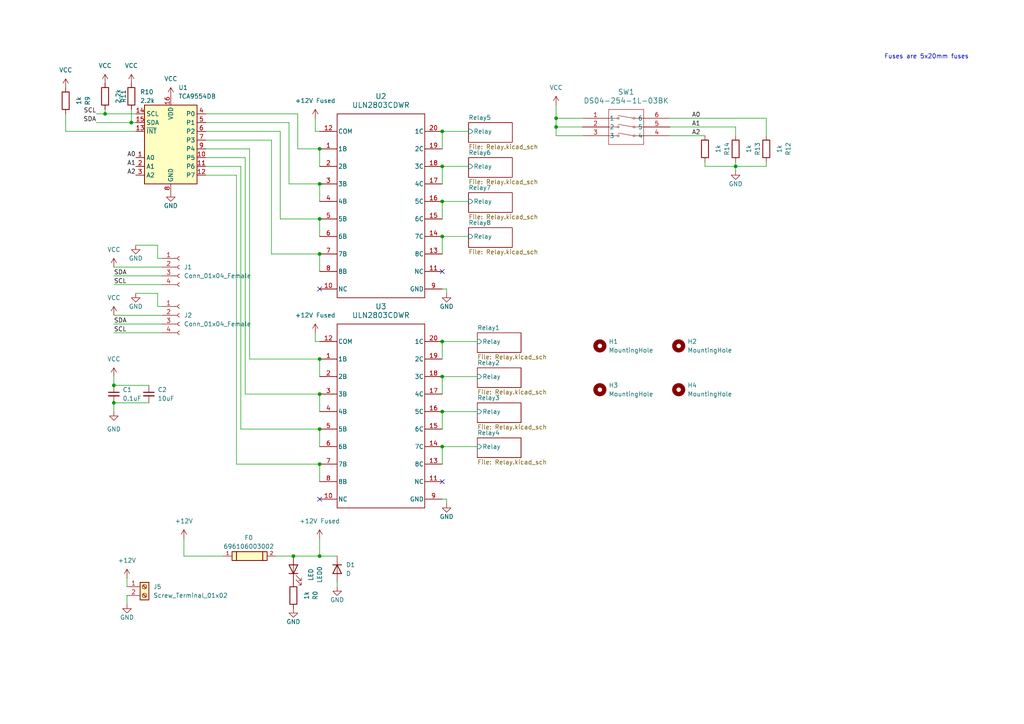
<source format=kicad_sch>
(kicad_sch
	(version 20250114)
	(generator "eeschema")
	(generator_version "9.0")
	(uuid "a65cedb0-6ea3-4133-851b-645c3bd07450")
	(paper "A4")
	(lib_symbols
		(symbol "696106003002:696106003002"
			(pin_names
				(offset 1.016)
			)
			(exclude_from_sim no)
			(in_bom yes)
			(on_board yes)
			(property "Reference" "J"
				(at 0 2.54 0)
				(effects
					(font
						(size 1.27 1.27)
					)
					(justify bottom)
				)
			)
			(property "Value" "696106003002"
				(at 0 0 0)
				(effects
					(font
						(size 1.27 1.27)
					)
					(justify bottom)
					(hide yes)
				)
			)
			(property "Footprint" "696106003002:696106003002"
				(at 0 0 0)
				(effects
					(font
						(size 1.27 1.27)
					)
					(justify bottom)
					(hide yes)
				)
			)
			(property "Datasheet" ""
				(at 0 0 0)
				(effects
					(font
						(size 1.27 1.27)
					)
					(hide yes)
				)
			)
			(property "Description" ""
				(at 0 0 0)
				(effects
					(font
						(size 1.27 1.27)
					)
					(hide yes)
				)
			)
			(property "MF" "Würth Elektronik"
				(at 0 0 0)
				(effects
					(font
						(size 1.27 1.27)
					)
					(justify bottom)
					(hide yes)
				)
			)
			(property "Description_1" "\nFuse Block 20 A 250V 1 Circuit Cartridge Through Hole\n"
				(at 0 0 0)
				(effects
					(font
						(size 1.27 1.27)
					)
					(justify bottom)
					(hide yes)
				)
			)
			(property "Package" "None"
				(at 0 0 0)
				(effects
					(font
						(size 1.27 1.27)
					)
					(justify bottom)
					(hide yes)
				)
			)
			(property "Price" "None"
				(at 0 0 0)
				(effects
					(font
						(size 1.27 1.27)
					)
					(justify bottom)
					(hide yes)
				)
			)
			(property "IR-VDE" "6.3A"
				(at 0 0 0)
				(effects
					(font
						(size 1.27 1.27)
					)
					(justify bottom)
					(hide yes)
				)
			)
			(property "IR-UL" "20A"
				(at 0 0 0)
				(effects
					(font
						(size 1.27 1.27)
					)
					(justify bottom)
					(hide yes)
				)
			)
			(property "SnapEDA_Link" "https://www.snapeda.com/parts/696106003002/Wurth+Elektronik/view-part/?ref=snap"
				(at 0 0 0)
				(effects
					(font
						(size 1.27 1.27)
					)
					(justify bottom)
					(hide yes)
				)
			)
			(property "MATES" "696122003001"
				(at 0 0 0)
				(effects
					(font
						(size 1.27 1.27)
					)
					(justify bottom)
					(hide yes)
				)
			)
			(property "DATASHEET-URL" "https://www.we-online.com/catalog/datasheet/696106003002.pdf"
				(at 0 0 0)
				(effects
					(font
						(size 1.27 1.27)
					)
					(justify bottom)
					(hide yes)
				)
			)
			(property "MP" "696106003002"
				(at 0 0 0)
				(effects
					(font
						(size 1.27 1.27)
					)
					(justify bottom)
					(hide yes)
				)
			)
			(property "Purchase-URL" "https://www.snapeda.com/api/url_track_click_mouser/?unipart_id=4900578&manufacturer=Würth Elektronik&part_name=696106003002&search_term=None"
				(at 0 0 0)
				(effects
					(font
						(size 1.27 1.27)
					)
					(justify bottom)
					(hide yes)
				)
			)
			(property "PART-NUMBER" "696106003002"
				(at 0 0 0)
				(effects
					(font
						(size 1.27 1.27)
					)
					(justify bottom)
					(hide yes)
				)
			)
			(property "Availability" "In Stock"
				(at 0 0 0)
				(effects
					(font
						(size 1.27 1.27)
					)
					(justify bottom)
					(hide yes)
				)
			)
			(property "Check_prices" "https://www.snapeda.com/parts/696106003002/Wurth+Elektronik/view-part/?ref=eda"
				(at 0 0 0)
				(effects
					(font
						(size 1.27 1.27)
					)
					(justify bottom)
					(hide yes)
				)
			)
			(symbol "696106003002_0_0"
				(rectangle
					(start -5.08 -1.27)
					(end 5.08 1.27)
					(stroke
						(width 0.254)
						(type default)
					)
					(fill
						(type background)
					)
				)
				(polyline
					(pts
						(xy -3.81 1.27) (xy -3.81 -1.27)
					)
					(stroke
						(width 0.254)
						(type default)
					)
					(fill
						(type none)
					)
				)
				(polyline
					(pts
						(xy 3.81 1.27) (xy 3.81 -1.27)
					)
					(stroke
						(width 0.254)
						(type default)
					)
					(fill
						(type none)
					)
				)
				(pin passive line
					(at -7.62 0 0)
					(length 2.54)
					(name "~"
						(effects
							(font
								(size 1.016 1.016)
							)
						)
					)
					(number "1"
						(effects
							(font
								(size 1.016 1.016)
							)
						)
					)
				)
				(pin passive line
					(at 7.62 0 180)
					(length 2.54)
					(name "~"
						(effects
							(font
								(size 1.016 1.016)
							)
						)
					)
					(number "2"
						(effects
							(font
								(size 1.016 1.016)
							)
						)
					)
				)
			)
			(embedded_fonts no)
		)
		(symbol "Connector:Conn_01x04_Female"
			(pin_names
				(offset 1.016)
				(hide yes)
			)
			(exclude_from_sim no)
			(in_bom yes)
			(on_board yes)
			(property "Reference" "J"
				(at 0 5.08 0)
				(effects
					(font
						(size 1.27 1.27)
					)
				)
			)
			(property "Value" "Conn_01x04_Female"
				(at 0 -7.62 0)
				(effects
					(font
						(size 1.27 1.27)
					)
				)
			)
			(property "Footprint" ""
				(at 0 0 0)
				(effects
					(font
						(size 1.27 1.27)
					)
					(hide yes)
				)
			)
			(property "Datasheet" "~"
				(at 0 0 0)
				(effects
					(font
						(size 1.27 1.27)
					)
					(hide yes)
				)
			)
			(property "Description" "Generic connector, single row, 01x04, script generated (kicad-library-utils/schlib/autogen/connector/)"
				(at 0 0 0)
				(effects
					(font
						(size 1.27 1.27)
					)
					(hide yes)
				)
			)
			(property "ki_keywords" "connector"
				(at 0 0 0)
				(effects
					(font
						(size 1.27 1.27)
					)
					(hide yes)
				)
			)
			(property "ki_fp_filters" "Connector*:*_1x??_*"
				(at 0 0 0)
				(effects
					(font
						(size 1.27 1.27)
					)
					(hide yes)
				)
			)
			(symbol "Conn_01x04_Female_1_1"
				(polyline
					(pts
						(xy -1.27 2.54) (xy -0.508 2.54)
					)
					(stroke
						(width 0.1524)
						(type default)
					)
					(fill
						(type none)
					)
				)
				(polyline
					(pts
						(xy -1.27 0) (xy -0.508 0)
					)
					(stroke
						(width 0.1524)
						(type default)
					)
					(fill
						(type none)
					)
				)
				(polyline
					(pts
						(xy -1.27 -2.54) (xy -0.508 -2.54)
					)
					(stroke
						(width 0.1524)
						(type default)
					)
					(fill
						(type none)
					)
				)
				(polyline
					(pts
						(xy -1.27 -5.08) (xy -0.508 -5.08)
					)
					(stroke
						(width 0.1524)
						(type default)
					)
					(fill
						(type none)
					)
				)
				(arc
					(start 0 2.032)
					(mid -0.5058 2.54)
					(end 0 3.048)
					(stroke
						(width 0.1524)
						(type default)
					)
					(fill
						(type none)
					)
				)
				(arc
					(start 0 -0.508)
					(mid -0.5058 0)
					(end 0 0.508)
					(stroke
						(width 0.1524)
						(type default)
					)
					(fill
						(type none)
					)
				)
				(arc
					(start 0 -3.048)
					(mid -0.5058 -2.54)
					(end 0 -2.032)
					(stroke
						(width 0.1524)
						(type default)
					)
					(fill
						(type none)
					)
				)
				(arc
					(start 0 -5.588)
					(mid -0.5058 -5.08)
					(end 0 -4.572)
					(stroke
						(width 0.1524)
						(type default)
					)
					(fill
						(type none)
					)
				)
				(pin passive line
					(at -5.08 2.54 0)
					(length 3.81)
					(name "Pin_1"
						(effects
							(font
								(size 1.27 1.27)
							)
						)
					)
					(number "1"
						(effects
							(font
								(size 1.27 1.27)
							)
						)
					)
				)
				(pin passive line
					(at -5.08 0 0)
					(length 3.81)
					(name "Pin_2"
						(effects
							(font
								(size 1.27 1.27)
							)
						)
					)
					(number "2"
						(effects
							(font
								(size 1.27 1.27)
							)
						)
					)
				)
				(pin passive line
					(at -5.08 -2.54 0)
					(length 3.81)
					(name "Pin_3"
						(effects
							(font
								(size 1.27 1.27)
							)
						)
					)
					(number "3"
						(effects
							(font
								(size 1.27 1.27)
							)
						)
					)
				)
				(pin passive line
					(at -5.08 -5.08 0)
					(length 3.81)
					(name "Pin_4"
						(effects
							(font
								(size 1.27 1.27)
							)
						)
					)
					(number "4"
						(effects
							(font
								(size 1.27 1.27)
							)
						)
					)
				)
			)
			(embedded_fonts no)
		)
		(symbol "Connector:Screw_Terminal_01x02"
			(pin_names
				(offset 1.016)
				(hide yes)
			)
			(exclude_from_sim no)
			(in_bom yes)
			(on_board yes)
			(property "Reference" "J"
				(at 0 2.54 0)
				(effects
					(font
						(size 1.27 1.27)
					)
				)
			)
			(property "Value" "Screw_Terminal_01x02"
				(at 0 -5.08 0)
				(effects
					(font
						(size 1.27 1.27)
					)
				)
			)
			(property "Footprint" ""
				(at 0 0 0)
				(effects
					(font
						(size 1.27 1.27)
					)
					(hide yes)
				)
			)
			(property "Datasheet" "~"
				(at 0 0 0)
				(effects
					(font
						(size 1.27 1.27)
					)
					(hide yes)
				)
			)
			(property "Description" "Generic screw terminal, single row, 01x02, script generated (kicad-library-utils/schlib/autogen/connector/)"
				(at 0 0 0)
				(effects
					(font
						(size 1.27 1.27)
					)
					(hide yes)
				)
			)
			(property "ki_keywords" "screw terminal"
				(at 0 0 0)
				(effects
					(font
						(size 1.27 1.27)
					)
					(hide yes)
				)
			)
			(property "ki_fp_filters" "TerminalBlock*:*"
				(at 0 0 0)
				(effects
					(font
						(size 1.27 1.27)
					)
					(hide yes)
				)
			)
			(symbol "Screw_Terminal_01x02_1_1"
				(rectangle
					(start -1.27 1.27)
					(end 1.27 -3.81)
					(stroke
						(width 0.254)
						(type default)
					)
					(fill
						(type background)
					)
				)
				(polyline
					(pts
						(xy -0.5334 0.3302) (xy 0.3302 -0.508)
					)
					(stroke
						(width 0.1524)
						(type default)
					)
					(fill
						(type none)
					)
				)
				(polyline
					(pts
						(xy -0.5334 -2.2098) (xy 0.3302 -3.048)
					)
					(stroke
						(width 0.1524)
						(type default)
					)
					(fill
						(type none)
					)
				)
				(polyline
					(pts
						(xy -0.3556 0.508) (xy 0.508 -0.3302)
					)
					(stroke
						(width 0.1524)
						(type default)
					)
					(fill
						(type none)
					)
				)
				(polyline
					(pts
						(xy -0.3556 -2.032) (xy 0.508 -2.8702)
					)
					(stroke
						(width 0.1524)
						(type default)
					)
					(fill
						(type none)
					)
				)
				(circle
					(center 0 0)
					(radius 0.635)
					(stroke
						(width 0.1524)
						(type default)
					)
					(fill
						(type none)
					)
				)
				(circle
					(center 0 -2.54)
					(radius 0.635)
					(stroke
						(width 0.1524)
						(type default)
					)
					(fill
						(type none)
					)
				)
				(pin passive line
					(at -5.08 0 0)
					(length 3.81)
					(name "Pin_1"
						(effects
							(font
								(size 1.27 1.27)
							)
						)
					)
					(number "1"
						(effects
							(font
								(size 1.27 1.27)
							)
						)
					)
				)
				(pin passive line
					(at -5.08 -2.54 0)
					(length 3.81)
					(name "Pin_2"
						(effects
							(font
								(size 1.27 1.27)
							)
						)
					)
					(number "2"
						(effects
							(font
								(size 1.27 1.27)
							)
						)
					)
				)
			)
			(embedded_fonts no)
		)
		(symbol "DS04_254_1L_03BK:DS04-254-1L-03BK"
			(pin_names
				(offset 0.254)
			)
			(exclude_from_sim no)
			(in_bom yes)
			(on_board yes)
			(property "Reference" "SW"
				(at 12.7 7.62 0)
				(effects
					(font
						(size 1.524 1.524)
					)
				)
			)
			(property "Value" "DS04-254-1L-03BK"
				(at 12.7 5.08 0)
				(effects
					(font
						(size 1.524 1.524)
					)
				)
			)
			(property "Footprint" "DS04-254_CUD"
				(at 0 0 0)
				(effects
					(font
						(size 1.27 1.27)
						(italic yes)
					)
					(hide yes)
				)
			)
			(property "Datasheet" "DS04-254-1L-03BK"
				(at 0 0 0)
				(effects
					(font
						(size 1.27 1.27)
						(italic yes)
					)
					(hide yes)
				)
			)
			(property "Description" ""
				(at 0 0 0)
				(effects
					(font
						(size 1.27 1.27)
					)
					(hide yes)
				)
			)
			(property "ki_locked" ""
				(at 0 0 0)
				(effects
					(font
						(size 1.27 1.27)
					)
				)
			)
			(property "ki_keywords" "DS04-254-1L-03BK"
				(at 0 0 0)
				(effects
					(font
						(size 1.27 1.27)
					)
					(hide yes)
				)
			)
			(property "ki_fp_filters" "DS04-254_CUD"
				(at 0 0 0)
				(effects
					(font
						(size 1.27 1.27)
					)
					(hide yes)
				)
			)
			(symbol "DS04-254-1L-03BK_0_1"
				(polyline
					(pts
						(xy 0 0) (xy 10.16 0)
					)
					(stroke
						(width 0.127)
						(type default)
					)
					(fill
						(type none)
					)
				)
				(polyline
					(pts
						(xy 0 -2.54) (xy 10.16 -2.54)
					)
					(stroke
						(width 0.127)
						(type default)
					)
					(fill
						(type none)
					)
				)
				(polyline
					(pts
						(xy 0 -5.08) (xy 10.16 -5.08)
					)
					(stroke
						(width 0.127)
						(type default)
					)
					(fill
						(type none)
					)
				)
				(polyline
					(pts
						(xy 7.62 2.54) (xy 7.62 -7.62)
					)
					(stroke
						(width 0.127)
						(type default)
					)
					(fill
						(type none)
					)
				)
				(polyline
					(pts
						(xy 7.62 -7.62) (xy 17.78 -7.62)
					)
					(stroke
						(width 0.127)
						(type default)
					)
					(fill
						(type none)
					)
				)
				(circle
					(center 10.414 0)
					(radius 0.254)
					(stroke
						(width 0.127)
						(type default)
					)
					(fill
						(type none)
					)
				)
				(circle
					(center 10.414 -2.54)
					(radius 0.254)
					(stroke
						(width 0.127)
						(type default)
					)
					(fill
						(type none)
					)
				)
				(circle
					(center 10.414 -5.08)
					(radius 0.254)
					(stroke
						(width 0.127)
						(type default)
					)
					(fill
						(type none)
					)
				)
				(polyline
					(pts
						(xy 14.732 0) (xy 10.414 0.762)
					)
					(stroke
						(width 0.127)
						(type default)
					)
					(fill
						(type none)
					)
				)
				(polyline
					(pts
						(xy 14.732 -2.54) (xy 10.414 -1.778)
					)
					(stroke
						(width 0.127)
						(type default)
					)
					(fill
						(type none)
					)
				)
				(polyline
					(pts
						(xy 14.732 -5.08) (xy 10.414 -4.318)
					)
					(stroke
						(width 0.127)
						(type default)
					)
					(fill
						(type none)
					)
				)
				(circle
					(center 14.986 0)
					(radius 0.254)
					(stroke
						(width 0.127)
						(type default)
					)
					(fill
						(type none)
					)
				)
				(circle
					(center 14.986 -2.54)
					(radius 0.254)
					(stroke
						(width 0.127)
						(type default)
					)
					(fill
						(type none)
					)
				)
				(circle
					(center 14.986 -5.08)
					(radius 0.254)
					(stroke
						(width 0.127)
						(type default)
					)
					(fill
						(type none)
					)
				)
				(polyline
					(pts
						(xy 15.24 0) (xy 25.4 0)
					)
					(stroke
						(width 0.127)
						(type default)
					)
					(fill
						(type none)
					)
				)
				(polyline
					(pts
						(xy 15.24 -2.54) (xy 25.4 -2.54)
					)
					(stroke
						(width 0.127)
						(type default)
					)
					(fill
						(type none)
					)
				)
				(polyline
					(pts
						(xy 15.24 -5.08) (xy 25.4 -5.08)
					)
					(stroke
						(width 0.127)
						(type default)
					)
					(fill
						(type none)
					)
				)
				(polyline
					(pts
						(xy 17.78 2.54) (xy 7.62 2.54)
					)
					(stroke
						(width 0.127)
						(type default)
					)
					(fill
						(type none)
					)
				)
				(polyline
					(pts
						(xy 17.78 -7.62) (xy 17.78 2.54)
					)
					(stroke
						(width 0.127)
						(type default)
					)
					(fill
						(type none)
					)
				)
				(pin unspecified line
					(at 0 0 0)
					(length 7.62)
					(name "1"
						(effects
							(font
								(size 1.27 1.27)
							)
						)
					)
					(number "1"
						(effects
							(font
								(size 1.27 1.27)
							)
						)
					)
				)
				(pin unspecified line
					(at 0 -2.54 0)
					(length 7.62)
					(name "2"
						(effects
							(font
								(size 1.27 1.27)
							)
						)
					)
					(number "2"
						(effects
							(font
								(size 1.27 1.27)
							)
						)
					)
				)
				(pin unspecified line
					(at 0 -5.08 0)
					(length 7.62)
					(name "3"
						(effects
							(font
								(size 1.27 1.27)
							)
						)
					)
					(number "3"
						(effects
							(font
								(size 1.27 1.27)
							)
						)
					)
				)
				(pin unspecified line
					(at 25.4 0 180)
					(length 7.62)
					(name "6"
						(effects
							(font
								(size 1.27 1.27)
							)
						)
					)
					(number "6"
						(effects
							(font
								(size 1.27 1.27)
							)
						)
					)
				)
				(pin unspecified line
					(at 25.4 -2.54 180)
					(length 7.62)
					(name "5"
						(effects
							(font
								(size 1.27 1.27)
							)
						)
					)
					(number "5"
						(effects
							(font
								(size 1.27 1.27)
							)
						)
					)
				)
				(pin unspecified line
					(at 25.4 -5.08 180)
					(length 7.62)
					(name "4"
						(effects
							(font
								(size 1.27 1.27)
							)
						)
					)
					(number "4"
						(effects
							(font
								(size 1.27 1.27)
							)
						)
					)
				)
			)
			(embedded_fonts no)
		)
		(symbol "Device:C_Small"
			(pin_numbers
				(hide yes)
			)
			(pin_names
				(offset 0.254)
				(hide yes)
			)
			(exclude_from_sim no)
			(in_bom yes)
			(on_board yes)
			(property "Reference" "C"
				(at 0.254 1.778 0)
				(effects
					(font
						(size 1.27 1.27)
					)
					(justify left)
				)
			)
			(property "Value" "C_Small"
				(at 0.254 -2.032 0)
				(effects
					(font
						(size 1.27 1.27)
					)
					(justify left)
				)
			)
			(property "Footprint" ""
				(at 0 0 0)
				(effects
					(font
						(size 1.27 1.27)
					)
					(hide yes)
				)
			)
			(property "Datasheet" "~"
				(at 0 0 0)
				(effects
					(font
						(size 1.27 1.27)
					)
					(hide yes)
				)
			)
			(property "Description" "Unpolarized capacitor, small symbol"
				(at 0 0 0)
				(effects
					(font
						(size 1.27 1.27)
					)
					(hide yes)
				)
			)
			(property "ki_keywords" "capacitor cap"
				(at 0 0 0)
				(effects
					(font
						(size 1.27 1.27)
					)
					(hide yes)
				)
			)
			(property "ki_fp_filters" "C_*"
				(at 0 0 0)
				(effects
					(font
						(size 1.27 1.27)
					)
					(hide yes)
				)
			)
			(symbol "C_Small_0_1"
				(polyline
					(pts
						(xy -1.524 0.508) (xy 1.524 0.508)
					)
					(stroke
						(width 0.3048)
						(type default)
					)
					(fill
						(type none)
					)
				)
				(polyline
					(pts
						(xy -1.524 -0.508) (xy 1.524 -0.508)
					)
					(stroke
						(width 0.3302)
						(type default)
					)
					(fill
						(type none)
					)
				)
			)
			(symbol "C_Small_1_1"
				(pin passive line
					(at 0 2.54 270)
					(length 2.032)
					(name "~"
						(effects
							(font
								(size 1.27 1.27)
							)
						)
					)
					(number "1"
						(effects
							(font
								(size 1.27 1.27)
							)
						)
					)
				)
				(pin passive line
					(at 0 -2.54 90)
					(length 2.032)
					(name "~"
						(effects
							(font
								(size 1.27 1.27)
							)
						)
					)
					(number "2"
						(effects
							(font
								(size 1.27 1.27)
							)
						)
					)
				)
			)
			(embedded_fonts no)
		)
		(symbol "Device:D"
			(pin_numbers
				(hide yes)
			)
			(pin_names
				(offset 1.016)
				(hide yes)
			)
			(exclude_from_sim no)
			(in_bom yes)
			(on_board yes)
			(property "Reference" "D"
				(at 0 2.54 0)
				(effects
					(font
						(size 1.27 1.27)
					)
				)
			)
			(property "Value" "D"
				(at 0 -2.54 0)
				(effects
					(font
						(size 1.27 1.27)
					)
				)
			)
			(property "Footprint" ""
				(at 0 0 0)
				(effects
					(font
						(size 1.27 1.27)
					)
					(hide yes)
				)
			)
			(property "Datasheet" "~"
				(at 0 0 0)
				(effects
					(font
						(size 1.27 1.27)
					)
					(hide yes)
				)
			)
			(property "Description" "Diode"
				(at 0 0 0)
				(effects
					(font
						(size 1.27 1.27)
					)
					(hide yes)
				)
			)
			(property "Sim.Device" "D"
				(at 0 0 0)
				(effects
					(font
						(size 1.27 1.27)
					)
					(hide yes)
				)
			)
			(property "Sim.Pins" "1=K 2=A"
				(at 0 0 0)
				(effects
					(font
						(size 1.27 1.27)
					)
					(hide yes)
				)
			)
			(property "ki_keywords" "diode"
				(at 0 0 0)
				(effects
					(font
						(size 1.27 1.27)
					)
					(hide yes)
				)
			)
			(property "ki_fp_filters" "TO-???* *_Diode_* *SingleDiode* D_*"
				(at 0 0 0)
				(effects
					(font
						(size 1.27 1.27)
					)
					(hide yes)
				)
			)
			(symbol "D_0_1"
				(polyline
					(pts
						(xy -1.27 1.27) (xy -1.27 -1.27)
					)
					(stroke
						(width 0.254)
						(type default)
					)
					(fill
						(type none)
					)
				)
				(polyline
					(pts
						(xy 1.27 1.27) (xy 1.27 -1.27) (xy -1.27 0) (xy 1.27 1.27)
					)
					(stroke
						(width 0.254)
						(type default)
					)
					(fill
						(type none)
					)
				)
				(polyline
					(pts
						(xy 1.27 0) (xy -1.27 0)
					)
					(stroke
						(width 0)
						(type default)
					)
					(fill
						(type none)
					)
				)
			)
			(symbol "D_1_1"
				(pin passive line
					(at -3.81 0 0)
					(length 2.54)
					(name "K"
						(effects
							(font
								(size 1.27 1.27)
							)
						)
					)
					(number "1"
						(effects
							(font
								(size 1.27 1.27)
							)
						)
					)
				)
				(pin passive line
					(at 3.81 0 180)
					(length 2.54)
					(name "A"
						(effects
							(font
								(size 1.27 1.27)
							)
						)
					)
					(number "2"
						(effects
							(font
								(size 1.27 1.27)
							)
						)
					)
				)
			)
			(embedded_fonts no)
		)
		(symbol "Device:LED"
			(pin_numbers
				(hide yes)
			)
			(pin_names
				(offset 1.016)
				(hide yes)
			)
			(exclude_from_sim no)
			(in_bom yes)
			(on_board yes)
			(property "Reference" "D"
				(at 0 2.54 0)
				(effects
					(font
						(size 1.27 1.27)
					)
				)
			)
			(property "Value" "LED"
				(at 0 -2.54 0)
				(effects
					(font
						(size 1.27 1.27)
					)
				)
			)
			(property "Footprint" ""
				(at 0 0 0)
				(effects
					(font
						(size 1.27 1.27)
					)
					(hide yes)
				)
			)
			(property "Datasheet" "~"
				(at 0 0 0)
				(effects
					(font
						(size 1.27 1.27)
					)
					(hide yes)
				)
			)
			(property "Description" "Light emitting diode"
				(at 0 0 0)
				(effects
					(font
						(size 1.27 1.27)
					)
					(hide yes)
				)
			)
			(property "ki_keywords" "LED diode"
				(at 0 0 0)
				(effects
					(font
						(size 1.27 1.27)
					)
					(hide yes)
				)
			)
			(property "ki_fp_filters" "LED* LED_SMD:* LED_THT:*"
				(at 0 0 0)
				(effects
					(font
						(size 1.27 1.27)
					)
					(hide yes)
				)
			)
			(symbol "LED_0_1"
				(polyline
					(pts
						(xy -3.048 -0.762) (xy -4.572 -2.286) (xy -3.81 -2.286) (xy -4.572 -2.286) (xy -4.572 -1.524)
					)
					(stroke
						(width 0)
						(type default)
					)
					(fill
						(type none)
					)
				)
				(polyline
					(pts
						(xy -1.778 -0.762) (xy -3.302 -2.286) (xy -2.54 -2.286) (xy -3.302 -2.286) (xy -3.302 -1.524)
					)
					(stroke
						(width 0)
						(type default)
					)
					(fill
						(type none)
					)
				)
				(polyline
					(pts
						(xy -1.27 0) (xy 1.27 0)
					)
					(stroke
						(width 0)
						(type default)
					)
					(fill
						(type none)
					)
				)
				(polyline
					(pts
						(xy -1.27 -1.27) (xy -1.27 1.27)
					)
					(stroke
						(width 0.254)
						(type default)
					)
					(fill
						(type none)
					)
				)
				(polyline
					(pts
						(xy 1.27 -1.27) (xy 1.27 1.27) (xy -1.27 0) (xy 1.27 -1.27)
					)
					(stroke
						(width 0.254)
						(type default)
					)
					(fill
						(type none)
					)
				)
			)
			(symbol "LED_1_1"
				(pin passive line
					(at -3.81 0 0)
					(length 2.54)
					(name "K"
						(effects
							(font
								(size 1.27 1.27)
							)
						)
					)
					(number "1"
						(effects
							(font
								(size 1.27 1.27)
							)
						)
					)
				)
				(pin passive line
					(at 3.81 0 180)
					(length 2.54)
					(name "A"
						(effects
							(font
								(size 1.27 1.27)
							)
						)
					)
					(number "2"
						(effects
							(font
								(size 1.27 1.27)
							)
						)
					)
				)
			)
			(embedded_fonts no)
		)
		(symbol "Device:R"
			(pin_numbers
				(hide yes)
			)
			(pin_names
				(offset 0)
			)
			(exclude_from_sim no)
			(in_bom yes)
			(on_board yes)
			(property "Reference" "R"
				(at 2.032 0 90)
				(effects
					(font
						(size 1.27 1.27)
					)
				)
			)
			(property "Value" "R"
				(at 0 0 90)
				(effects
					(font
						(size 1.27 1.27)
					)
				)
			)
			(property "Footprint" ""
				(at -1.778 0 90)
				(effects
					(font
						(size 1.27 1.27)
					)
					(hide yes)
				)
			)
			(property "Datasheet" "~"
				(at 0 0 0)
				(effects
					(font
						(size 1.27 1.27)
					)
					(hide yes)
				)
			)
			(property "Description" "Resistor"
				(at 0 0 0)
				(effects
					(font
						(size 1.27 1.27)
					)
					(hide yes)
				)
			)
			(property "ki_keywords" "R res resistor"
				(at 0 0 0)
				(effects
					(font
						(size 1.27 1.27)
					)
					(hide yes)
				)
			)
			(property "ki_fp_filters" "R_*"
				(at 0 0 0)
				(effects
					(font
						(size 1.27 1.27)
					)
					(hide yes)
				)
			)
			(symbol "R_0_1"
				(rectangle
					(start -1.016 -2.54)
					(end 1.016 2.54)
					(stroke
						(width 0.254)
						(type default)
					)
					(fill
						(type none)
					)
				)
			)
			(symbol "R_1_1"
				(pin passive line
					(at 0 3.81 270)
					(length 1.27)
					(name "~"
						(effects
							(font
								(size 1.27 1.27)
							)
						)
					)
					(number "1"
						(effects
							(font
								(size 1.27 1.27)
							)
						)
					)
				)
				(pin passive line
					(at 0 -3.81 90)
					(length 1.27)
					(name "~"
						(effects
							(font
								(size 1.27 1.27)
							)
						)
					)
					(number "2"
						(effects
							(font
								(size 1.27 1.27)
							)
						)
					)
				)
			)
			(embedded_fonts no)
		)
		(symbol "Interface_Expansion:TCA9554DB"
			(exclude_from_sim no)
			(in_bom yes)
			(on_board yes)
			(property "Reference" "U"
				(at -7.62 11.43 0)
				(effects
					(font
						(size 1.27 1.27)
					)
					(justify left)
				)
			)
			(property "Value" "TCA9554DB"
				(at 2.54 11.43 0)
				(effects
					(font
						(size 1.27 1.27)
					)
					(justify left)
				)
			)
			(property "Footprint" "Package_SO:SSOP-16_5.3x6.2mm_P0.65mm"
				(at 24.13 -13.97 0)
				(effects
					(font
						(size 1.27 1.27)
					)
					(hide yes)
				)
			)
			(property "Datasheet" "http://www.ti.com/lit/ds/symlink/tca9554.pdf"
				(at 2.54 -2.54 0)
				(effects
					(font
						(size 1.27 1.27)
					)
					(hide yes)
				)
			)
			(property "Description" "8 Bit Port/Expander, I2C SMBUS, Interrupt output, SSOP-16"
				(at 0 0 0)
				(effects
					(font
						(size 1.27 1.27)
					)
					(hide yes)
				)
			)
			(property "ki_keywords" "SMBUS I2C Expander"
				(at 0 0 0)
				(effects
					(font
						(size 1.27 1.27)
					)
					(hide yes)
				)
			)
			(property "ki_fp_filters" "SSOP*5.3x6.2mm*P0.65mm*"
				(at 0 0 0)
				(effects
					(font
						(size 1.27 1.27)
					)
					(hide yes)
				)
			)
			(symbol "TCA9554DB_0_1"
				(rectangle
					(start -7.62 -12.7)
					(end 7.62 10.16)
					(stroke
						(width 0.254)
						(type default)
					)
					(fill
						(type background)
					)
				)
			)
			(symbol "TCA9554DB_1_1"
				(pin input line
					(at -10.16 7.62 0)
					(length 2.54)
					(name "SCL"
						(effects
							(font
								(size 1.27 1.27)
							)
						)
					)
					(number "14"
						(effects
							(font
								(size 1.27 1.27)
							)
						)
					)
				)
				(pin bidirectional line
					(at -10.16 5.08 0)
					(length 2.54)
					(name "SDA"
						(effects
							(font
								(size 1.27 1.27)
							)
						)
					)
					(number "15"
						(effects
							(font
								(size 1.27 1.27)
							)
						)
					)
				)
				(pin open_collector line
					(at -10.16 2.54 0)
					(length 2.54)
					(name "~{INT}"
						(effects
							(font
								(size 1.27 1.27)
							)
						)
					)
					(number "13"
						(effects
							(font
								(size 1.27 1.27)
							)
						)
					)
				)
				(pin input line
					(at -10.16 -5.08 0)
					(length 2.54)
					(name "A0"
						(effects
							(font
								(size 1.27 1.27)
							)
						)
					)
					(number "1"
						(effects
							(font
								(size 1.27 1.27)
							)
						)
					)
				)
				(pin input line
					(at -10.16 -7.62 0)
					(length 2.54)
					(name "A1"
						(effects
							(font
								(size 1.27 1.27)
							)
						)
					)
					(number "2"
						(effects
							(font
								(size 1.27 1.27)
							)
						)
					)
				)
				(pin input line
					(at -10.16 -10.16 0)
					(length 2.54)
					(name "A2"
						(effects
							(font
								(size 1.27 1.27)
							)
						)
					)
					(number "3"
						(effects
							(font
								(size 1.27 1.27)
							)
						)
					)
				)
				(pin power_in line
					(at 0 12.7 270)
					(length 2.54)
					(name "VDD"
						(effects
							(font
								(size 1.27 1.27)
							)
						)
					)
					(number "16"
						(effects
							(font
								(size 1.27 1.27)
							)
						)
					)
				)
				(pin power_in line
					(at 0 -15.24 90)
					(length 2.54)
					(name "GND"
						(effects
							(font
								(size 1.27 1.27)
							)
						)
					)
					(number "8"
						(effects
							(font
								(size 1.27 1.27)
							)
						)
					)
				)
				(pin bidirectional line
					(at 10.16 7.62 180)
					(length 2.54)
					(name "P0"
						(effects
							(font
								(size 1.27 1.27)
							)
						)
					)
					(number "4"
						(effects
							(font
								(size 1.27 1.27)
							)
						)
					)
				)
				(pin bidirectional line
					(at 10.16 5.08 180)
					(length 2.54)
					(name "P1"
						(effects
							(font
								(size 1.27 1.27)
							)
						)
					)
					(number "5"
						(effects
							(font
								(size 1.27 1.27)
							)
						)
					)
				)
				(pin bidirectional line
					(at 10.16 2.54 180)
					(length 2.54)
					(name "P2"
						(effects
							(font
								(size 1.27 1.27)
							)
						)
					)
					(number "6"
						(effects
							(font
								(size 1.27 1.27)
							)
						)
					)
				)
				(pin bidirectional line
					(at 10.16 0 180)
					(length 2.54)
					(name "P3"
						(effects
							(font
								(size 1.27 1.27)
							)
						)
					)
					(number "7"
						(effects
							(font
								(size 1.27 1.27)
							)
						)
					)
				)
				(pin bidirectional line
					(at 10.16 -2.54 180)
					(length 2.54)
					(name "P4"
						(effects
							(font
								(size 1.27 1.27)
							)
						)
					)
					(number "9"
						(effects
							(font
								(size 1.27 1.27)
							)
						)
					)
				)
				(pin bidirectional line
					(at 10.16 -5.08 180)
					(length 2.54)
					(name "P5"
						(effects
							(font
								(size 1.27 1.27)
							)
						)
					)
					(number "10"
						(effects
							(font
								(size 1.27 1.27)
							)
						)
					)
				)
				(pin bidirectional line
					(at 10.16 -7.62 180)
					(length 2.54)
					(name "P6"
						(effects
							(font
								(size 1.27 1.27)
							)
						)
					)
					(number "11"
						(effects
							(font
								(size 1.27 1.27)
							)
						)
					)
				)
				(pin bidirectional line
					(at 10.16 -10.16 180)
					(length 2.54)
					(name "P7"
						(effects
							(font
								(size 1.27 1.27)
							)
						)
					)
					(number "12"
						(effects
							(font
								(size 1.27 1.27)
							)
						)
					)
				)
			)
			(embedded_fonts no)
		)
		(symbol "Mechanical:MountingHole"
			(pin_names
				(offset 1.016)
			)
			(exclude_from_sim yes)
			(in_bom no)
			(on_board yes)
			(property "Reference" "H"
				(at 0 5.08 0)
				(effects
					(font
						(size 1.27 1.27)
					)
				)
			)
			(property "Value" "MountingHole"
				(at 0 3.175 0)
				(effects
					(font
						(size 1.27 1.27)
					)
				)
			)
			(property "Footprint" ""
				(at 0 0 0)
				(effects
					(font
						(size 1.27 1.27)
					)
					(hide yes)
				)
			)
			(property "Datasheet" "~"
				(at 0 0 0)
				(effects
					(font
						(size 1.27 1.27)
					)
					(hide yes)
				)
			)
			(property "Description" "Mounting Hole without connection"
				(at 0 0 0)
				(effects
					(font
						(size 1.27 1.27)
					)
					(hide yes)
				)
			)
			(property "ki_keywords" "mounting hole"
				(at 0 0 0)
				(effects
					(font
						(size 1.27 1.27)
					)
					(hide yes)
				)
			)
			(property "ki_fp_filters" "MountingHole*"
				(at 0 0 0)
				(effects
					(font
						(size 1.27 1.27)
					)
					(hide yes)
				)
			)
			(symbol "MountingHole_0_1"
				(circle
					(center 0 0)
					(radius 1.27)
					(stroke
						(width 1.27)
						(type default)
					)
					(fill
						(type none)
					)
				)
			)
			(embedded_fonts no)
		)
		(symbol "ULN2803CDWR:ULN2803CDWR"
			(pin_names
				(offset 0.254)
			)
			(exclude_from_sim no)
			(in_bom yes)
			(on_board yes)
			(property "Reference" "U"
				(at 0 2.54 0)
				(effects
					(font
						(size 1.524 1.524)
					)
				)
			)
			(property "Value" "ULN2803CDWR"
				(at 0 0 0)
				(effects
					(font
						(size 1.524 1.524)
					)
				)
			)
			(property "Footprint" "DW0020A-IPC_A"
				(at 0 0 0)
				(effects
					(font
						(size 1.27 1.27)
						(italic yes)
					)
					(hide yes)
				)
			)
			(property "Datasheet" "ULN2803CDWR"
				(at 0 0 0)
				(effects
					(font
						(size 1.27 1.27)
						(italic yes)
					)
					(hide yes)
				)
			)
			(property "Description" ""
				(at 0 0 0)
				(effects
					(font
						(size 1.27 1.27)
					)
					(hide yes)
				)
			)
			(property "ki_locked" ""
				(at 0 0 0)
				(effects
					(font
						(size 1.27 1.27)
					)
				)
			)
			(property "ki_keywords" "ULN2803CDWR"
				(at 0 0 0)
				(effects
					(font
						(size 1.27 1.27)
					)
					(hide yes)
				)
			)
			(property "ki_fp_filters" "DW0020A-IPC_A DW0020A-IPC_B DW0020A-IPC_C DW0020A-MFG"
				(at 0 0 0)
				(effects
					(font
						(size 1.27 1.27)
					)
					(hide yes)
				)
			)
			(symbol "ULN2803CDWR_0_1"
				(polyline
					(pts
						(xy 5.08 5.08) (xy 5.08 -48.26)
					)
					(stroke
						(width 0.2032)
						(type default)
					)
					(fill
						(type none)
					)
				)
				(polyline
					(pts
						(xy 5.08 -48.26) (xy 30.48 -48.26)
					)
					(stroke
						(width 0.2032)
						(type default)
					)
					(fill
						(type none)
					)
				)
				(polyline
					(pts
						(xy 30.48 5.08) (xy 5.08 5.08)
					)
					(stroke
						(width 0.2032)
						(type default)
					)
					(fill
						(type none)
					)
				)
				(polyline
					(pts
						(xy 30.48 -48.26) (xy 30.48 5.08)
					)
					(stroke
						(width 0.2032)
						(type default)
					)
					(fill
						(type none)
					)
				)
				(pin unspecified line
					(at 0 0 0)
					(length 5.08)
					(name "COM"
						(effects
							(font
								(size 1.27 1.27)
							)
						)
					)
					(number "12"
						(effects
							(font
								(size 1.27 1.27)
							)
						)
					)
				)
				(pin input line
					(at 0 -5.08 0)
					(length 5.08)
					(name "1B"
						(effects
							(font
								(size 1.27 1.27)
							)
						)
					)
					(number "1"
						(effects
							(font
								(size 1.27 1.27)
							)
						)
					)
				)
				(pin input line
					(at 0 -10.16 0)
					(length 5.08)
					(name "2B"
						(effects
							(font
								(size 1.27 1.27)
							)
						)
					)
					(number "2"
						(effects
							(font
								(size 1.27 1.27)
							)
						)
					)
				)
				(pin input line
					(at 0 -15.24 0)
					(length 5.08)
					(name "3B"
						(effects
							(font
								(size 1.27 1.27)
							)
						)
					)
					(number "3"
						(effects
							(font
								(size 1.27 1.27)
							)
						)
					)
				)
				(pin input line
					(at 0 -20.32 0)
					(length 5.08)
					(name "4B"
						(effects
							(font
								(size 1.27 1.27)
							)
						)
					)
					(number "4"
						(effects
							(font
								(size 1.27 1.27)
							)
						)
					)
				)
				(pin input line
					(at 0 -25.4 0)
					(length 5.08)
					(name "5B"
						(effects
							(font
								(size 1.27 1.27)
							)
						)
					)
					(number "5"
						(effects
							(font
								(size 1.27 1.27)
							)
						)
					)
				)
				(pin input line
					(at 0 -30.48 0)
					(length 5.08)
					(name "6B"
						(effects
							(font
								(size 1.27 1.27)
							)
						)
					)
					(number "6"
						(effects
							(font
								(size 1.27 1.27)
							)
						)
					)
				)
				(pin input line
					(at 0 -35.56 0)
					(length 5.08)
					(name "7B"
						(effects
							(font
								(size 1.27 1.27)
							)
						)
					)
					(number "7"
						(effects
							(font
								(size 1.27 1.27)
							)
						)
					)
				)
				(pin input line
					(at 0 -40.64 0)
					(length 5.08)
					(name "8B"
						(effects
							(font
								(size 1.27 1.27)
							)
						)
					)
					(number "8"
						(effects
							(font
								(size 1.27 1.27)
							)
						)
					)
				)
				(pin unspecified line
					(at 0 -45.72 0)
					(length 5.08)
					(name "NC"
						(effects
							(font
								(size 1.27 1.27)
							)
						)
					)
					(number "10"
						(effects
							(font
								(size 1.27 1.27)
							)
						)
					)
				)
				(pin output line
					(at 35.56 0 180)
					(length 5.08)
					(name "1C"
						(effects
							(font
								(size 1.27 1.27)
							)
						)
					)
					(number "20"
						(effects
							(font
								(size 1.27 1.27)
							)
						)
					)
				)
				(pin output line
					(at 35.56 -5.08 180)
					(length 5.08)
					(name "2C"
						(effects
							(font
								(size 1.27 1.27)
							)
						)
					)
					(number "19"
						(effects
							(font
								(size 1.27 1.27)
							)
						)
					)
				)
				(pin output line
					(at 35.56 -10.16 180)
					(length 5.08)
					(name "3C"
						(effects
							(font
								(size 1.27 1.27)
							)
						)
					)
					(number "18"
						(effects
							(font
								(size 1.27 1.27)
							)
						)
					)
				)
				(pin output line
					(at 35.56 -15.24 180)
					(length 5.08)
					(name "4C"
						(effects
							(font
								(size 1.27 1.27)
							)
						)
					)
					(number "17"
						(effects
							(font
								(size 1.27 1.27)
							)
						)
					)
				)
				(pin output line
					(at 35.56 -20.32 180)
					(length 5.08)
					(name "5C"
						(effects
							(font
								(size 1.27 1.27)
							)
						)
					)
					(number "16"
						(effects
							(font
								(size 1.27 1.27)
							)
						)
					)
				)
				(pin output line
					(at 35.56 -25.4 180)
					(length 5.08)
					(name "6C"
						(effects
							(font
								(size 1.27 1.27)
							)
						)
					)
					(number "15"
						(effects
							(font
								(size 1.27 1.27)
							)
						)
					)
				)
				(pin output line
					(at 35.56 -30.48 180)
					(length 5.08)
					(name "7C"
						(effects
							(font
								(size 1.27 1.27)
							)
						)
					)
					(number "14"
						(effects
							(font
								(size 1.27 1.27)
							)
						)
					)
				)
				(pin output line
					(at 35.56 -35.56 180)
					(length 5.08)
					(name "8C"
						(effects
							(font
								(size 1.27 1.27)
							)
						)
					)
					(number "13"
						(effects
							(font
								(size 1.27 1.27)
							)
						)
					)
				)
				(pin unspecified line
					(at 35.56 -40.64 180)
					(length 5.08)
					(name "NC"
						(effects
							(font
								(size 1.27 1.27)
							)
						)
					)
					(number "11"
						(effects
							(font
								(size 1.27 1.27)
							)
						)
					)
				)
				(pin power_in line
					(at 35.56 -45.72 180)
					(length 5.08)
					(name "GND"
						(effects
							(font
								(size 1.27 1.27)
							)
						)
					)
					(number "9"
						(effects
							(font
								(size 1.27 1.27)
							)
						)
					)
				)
			)
			(embedded_fonts no)
		)
		(symbol "power:+12V"
			(power)
			(pin_numbers
				(hide yes)
			)
			(pin_names
				(offset 0)
				(hide yes)
			)
			(exclude_from_sim no)
			(in_bom yes)
			(on_board yes)
			(property "Reference" "#PWR"
				(at 0 -3.81 0)
				(effects
					(font
						(size 1.27 1.27)
					)
					(hide yes)
				)
			)
			(property "Value" "+12V"
				(at 0 3.556 0)
				(effects
					(font
						(size 1.27 1.27)
					)
				)
			)
			(property "Footprint" ""
				(at 0 0 0)
				(effects
					(font
						(size 1.27 1.27)
					)
					(hide yes)
				)
			)
			(property "Datasheet" ""
				(at 0 0 0)
				(effects
					(font
						(size 1.27 1.27)
					)
					(hide yes)
				)
			)
			(property "Description" "Power symbol creates a global label with name \"+12V\""
				(at 0 0 0)
				(effects
					(font
						(size 1.27 1.27)
					)
					(hide yes)
				)
			)
			(property "ki_keywords" "global power"
				(at 0 0 0)
				(effects
					(font
						(size 1.27 1.27)
					)
					(hide yes)
				)
			)
			(symbol "+12V_0_1"
				(polyline
					(pts
						(xy -0.762 1.27) (xy 0 2.54)
					)
					(stroke
						(width 0)
						(type default)
					)
					(fill
						(type none)
					)
				)
				(polyline
					(pts
						(xy 0 2.54) (xy 0.762 1.27)
					)
					(stroke
						(width 0)
						(type default)
					)
					(fill
						(type none)
					)
				)
				(polyline
					(pts
						(xy 0 0) (xy 0 2.54)
					)
					(stroke
						(width 0)
						(type default)
					)
					(fill
						(type none)
					)
				)
			)
			(symbol "+12V_1_1"
				(pin power_in line
					(at 0 0 90)
					(length 0)
					(name "~"
						(effects
							(font
								(size 1.27 1.27)
							)
						)
					)
					(number "1"
						(effects
							(font
								(size 1.27 1.27)
							)
						)
					)
				)
			)
			(embedded_fonts no)
		)
		(symbol "power:GND"
			(power)
			(pin_names
				(offset 0)
			)
			(exclude_from_sim no)
			(in_bom yes)
			(on_board yes)
			(property "Reference" "#PWR"
				(at 0 -6.35 0)
				(effects
					(font
						(size 1.27 1.27)
					)
					(hide yes)
				)
			)
			(property "Value" "GND"
				(at 0 -3.81 0)
				(effects
					(font
						(size 1.27 1.27)
					)
				)
			)
			(property "Footprint" ""
				(at 0 0 0)
				(effects
					(font
						(size 1.27 1.27)
					)
					(hide yes)
				)
			)
			(property "Datasheet" ""
				(at 0 0 0)
				(effects
					(font
						(size 1.27 1.27)
					)
					(hide yes)
				)
			)
			(property "Description" "Power symbol creates a global label with name \"GND\" , ground"
				(at 0 0 0)
				(effects
					(font
						(size 1.27 1.27)
					)
					(hide yes)
				)
			)
			(property "ki_keywords" "power-flag"
				(at 0 0 0)
				(effects
					(font
						(size 1.27 1.27)
					)
					(hide yes)
				)
			)
			(symbol "GND_0_1"
				(polyline
					(pts
						(xy 0 0) (xy 0 -1.27) (xy 1.27 -1.27) (xy 0 -2.54) (xy -1.27 -1.27) (xy 0 -1.27)
					)
					(stroke
						(width 0)
						(type default)
					)
					(fill
						(type none)
					)
				)
			)
			(symbol "GND_1_1"
				(pin power_in line
					(at 0 0 270)
					(length 0)
					(hide yes)
					(name "GND"
						(effects
							(font
								(size 1.27 1.27)
							)
						)
					)
					(number "1"
						(effects
							(font
								(size 1.27 1.27)
							)
						)
					)
				)
			)
			(embedded_fonts no)
		)
		(symbol "power:VCC"
			(power)
			(pin_names
				(offset 0)
			)
			(exclude_from_sim no)
			(in_bom yes)
			(on_board yes)
			(property "Reference" "#PWR"
				(at 0 -3.81 0)
				(effects
					(font
						(size 1.27 1.27)
					)
					(hide yes)
				)
			)
			(property "Value" "VCC"
				(at 0 3.81 0)
				(effects
					(font
						(size 1.27 1.27)
					)
				)
			)
			(property "Footprint" ""
				(at 0 0 0)
				(effects
					(font
						(size 1.27 1.27)
					)
					(hide yes)
				)
			)
			(property "Datasheet" ""
				(at 0 0 0)
				(effects
					(font
						(size 1.27 1.27)
					)
					(hide yes)
				)
			)
			(property "Description" "Power symbol creates a global label with name \"VCC\""
				(at 0 0 0)
				(effects
					(font
						(size 1.27 1.27)
					)
					(hide yes)
				)
			)
			(property "ki_keywords" "power-flag"
				(at 0 0 0)
				(effects
					(font
						(size 1.27 1.27)
					)
					(hide yes)
				)
			)
			(symbol "VCC_0_1"
				(polyline
					(pts
						(xy -0.762 1.27) (xy 0 2.54)
					)
					(stroke
						(width 0)
						(type default)
					)
					(fill
						(type none)
					)
				)
				(polyline
					(pts
						(xy 0 2.54) (xy 0.762 1.27)
					)
					(stroke
						(width 0)
						(type default)
					)
					(fill
						(type none)
					)
				)
				(polyline
					(pts
						(xy 0 0) (xy 0 2.54)
					)
					(stroke
						(width 0)
						(type default)
					)
					(fill
						(type none)
					)
				)
			)
			(symbol "VCC_1_1"
				(pin power_in line
					(at 0 0 90)
					(length 0)
					(hide yes)
					(name "VCC"
						(effects
							(font
								(size 1.27 1.27)
							)
						)
					)
					(number "1"
						(effects
							(font
								(size 1.27 1.27)
							)
						)
					)
				)
			)
			(embedded_fonts no)
		)
	)
	(text "Fuses are 5x20mm fuses"
		(exclude_from_sim no)
		(at 268.732 16.51 0)
		(effects
			(font
				(size 1.27 1.27)
			)
		)
		(uuid "4ddd3368-5c12-40b5-bde0-ac327575a228")
	)
	(junction
		(at 30.48 33.02)
		(diameter 0)
		(color 0 0 0 0)
		(uuid "025de3d2-d89b-465f-9067-6eca2319d25a")
	)
	(junction
		(at 128.27 68.58)
		(diameter 0)
		(color 0 0 0 0)
		(uuid "0b7c0357-0ff6-4d6f-a7d3-5d4b428d4484")
	)
	(junction
		(at 92.71 53.34)
		(diameter 0)
		(color 0 0 0 0)
		(uuid "106dcb05-ed88-4d9a-8ac4-5056e80bb8c5")
	)
	(junction
		(at 92.71 124.46)
		(diameter 0)
		(color 0 0 0 0)
		(uuid "1289e172-7b93-4018-b416-e1a12096adff")
	)
	(junction
		(at 33.02 111.76)
		(diameter 0)
		(color 0 0 0 0)
		(uuid "14fa0929-db6f-4d3a-ad82-b101fe663e5b")
	)
	(junction
		(at 161.29 34.29)
		(diameter 0)
		(color 0 0 0 0)
		(uuid "2f7c39bd-00f6-4412-9989-1a1d3b72cf9d")
	)
	(junction
		(at 92.71 104.14)
		(diameter 0)
		(color 0 0 0 0)
		(uuid "339c4278-133c-4b85-aebd-31b264356ff9")
	)
	(junction
		(at 92.71 43.18)
		(diameter 0)
		(color 0 0 0 0)
		(uuid "3ac1dac2-6783-431e-8201-7f530695cd59")
	)
	(junction
		(at 92.71 134.62)
		(diameter 0)
		(color 0 0 0 0)
		(uuid "435ab77b-4548-4f84-8247-743a2f2ba5d6")
	)
	(junction
		(at 213.36 48.26)
		(diameter 0)
		(color 0 0 0 0)
		(uuid "4d012a8e-d34c-4a40-bb73-15dc9798fe06")
	)
	(junction
		(at 128.27 99.06)
		(diameter 0)
		(color 0 0 0 0)
		(uuid "5542101f-74d0-487f-bec2-0655338aae12")
	)
	(junction
		(at 38.1 35.56)
		(diameter 0)
		(color 0 0 0 0)
		(uuid "5c1ea66e-7e8e-432f-a58a-77e06768cd6f")
	)
	(junction
		(at 128.27 129.54)
		(diameter 0)
		(color 0 0 0 0)
		(uuid "62d212e8-10d5-4986-9cfa-5607e4dab223")
	)
	(junction
		(at 128.27 109.22)
		(diameter 0)
		(color 0 0 0 0)
		(uuid "65a8ee58-0ad2-411e-8550-e0e4dbdda4ff")
	)
	(junction
		(at 92.71 114.3)
		(diameter 0)
		(color 0 0 0 0)
		(uuid "66b73d3f-ee50-446f-8889-1cc70e08c078")
	)
	(junction
		(at 128.27 119.38)
		(diameter 0)
		(color 0 0 0 0)
		(uuid "7b808fb6-af7f-4425-8a87-50356619f66b")
	)
	(junction
		(at 92.71 73.66)
		(diameter 0)
		(color 0 0 0 0)
		(uuid "81115065-5c37-46f5-b1f1-9c836e062de1")
	)
	(junction
		(at 128.27 48.26)
		(diameter 0)
		(color 0 0 0 0)
		(uuid "8a639846-fb04-4f4a-8e07-01167696c995")
	)
	(junction
		(at 128.27 38.1)
		(diameter 0)
		(color 0 0 0 0)
		(uuid "8ddaa18d-5828-470c-8e5e-aec20de56f24")
	)
	(junction
		(at 33.02 116.84)
		(diameter 0)
		(color 0 0 0 0)
		(uuid "937d8452-ab4d-49ab-b666-fbbd66b80dcc")
	)
	(junction
		(at 161.29 36.83)
		(diameter 0)
		(color 0 0 0 0)
		(uuid "9b4053e8-bc4d-4cee-bc9e-3c2a0c72f02b")
	)
	(junction
		(at 92.71 161.29)
		(diameter 0)
		(color 0 0 0 0)
		(uuid "9f1cee65-a22f-4bb9-809a-2b4ba71a2656")
	)
	(junction
		(at 85.09 161.29)
		(diameter 0)
		(color 0 0 0 0)
		(uuid "a657d45c-be86-4492-8229-32dd7c5b9c33")
	)
	(junction
		(at 92.71 63.5)
		(diameter 0)
		(color 0 0 0 0)
		(uuid "b44f3b26-b840-4b81-80a9-57fd5493e991")
	)
	(junction
		(at 128.27 58.42)
		(diameter 0)
		(color 0 0 0 0)
		(uuid "d5ff890a-59f3-496e-b08e-816a849a9aa9")
	)
	(no_connect
		(at 92.71 83.82)
		(uuid "95ad4526-ee60-4a89-b088-3748e76305b7")
	)
	(no_connect
		(at 128.27 78.74)
		(uuid "a4532c39-0c3d-4e4f-b897-859c7acfd5d4")
	)
	(no_connect
		(at 128.27 139.7)
		(uuid "b23e27ba-edc5-4bed-87c1-7bff31236539")
	)
	(no_connect
		(at 92.71 144.78)
		(uuid "f9b350c9-6b17-45b0-b3f9-693f23127431")
	)
	(wire
		(pts
			(xy 45.72 74.93) (xy 45.72 71.12)
		)
		(stroke
			(width 0)
			(type default)
		)
		(uuid "01085bb2-3674-4038-a289-51650be6157c")
	)
	(wire
		(pts
			(xy 128.27 48.26) (xy 135.89 48.26)
		)
		(stroke
			(width 0)
			(type default)
		)
		(uuid "03da6f95-a13a-43b1-9544-2ffdd93e1135")
	)
	(wire
		(pts
			(xy 129.54 83.82) (xy 128.27 83.82)
		)
		(stroke
			(width 0)
			(type default)
		)
		(uuid "0d8f425f-2d21-4a73-bbb4-9aaa33c0da39")
	)
	(wire
		(pts
			(xy 71.12 45.72) (xy 71.12 114.3)
		)
		(stroke
			(width 0)
			(type default)
		)
		(uuid "12743096-3b71-44f0-8b48-1e0351575257")
	)
	(wire
		(pts
			(xy 128.27 58.42) (xy 135.89 58.42)
		)
		(stroke
			(width 0)
			(type default)
		)
		(uuid "14917453-5ebc-468e-a845-b28366ea9d1d")
	)
	(wire
		(pts
			(xy 38.1 31.75) (xy 38.1 35.56)
		)
		(stroke
			(width 0)
			(type default)
		)
		(uuid "167a856c-3e11-4175-bf8e-345f6565d95e")
	)
	(wire
		(pts
			(xy 53.34 161.29) (xy 64.77 161.29)
		)
		(stroke
			(width 0)
			(type default)
		)
		(uuid "18fddcfd-757f-4661-8a5b-427985870086")
	)
	(wire
		(pts
			(xy 33.02 96.52) (xy 46.99 96.52)
		)
		(stroke
			(width 0)
			(type default)
		)
		(uuid "1c207999-6c03-44ca-9788-8f4ac7f58338")
	)
	(wire
		(pts
			(xy 161.29 34.29) (xy 168.91 34.29)
		)
		(stroke
			(width 0)
			(type default)
		)
		(uuid "1fdab44c-1a95-4bdd-9f09-afb82912566d")
	)
	(wire
		(pts
			(xy 129.54 83.82) (xy 129.54 85.09)
		)
		(stroke
			(width 0)
			(type default)
		)
		(uuid "2126bc4a-989e-47fc-895f-ab7019bbc81b")
	)
	(wire
		(pts
			(xy 213.36 48.26) (xy 213.36 49.53)
		)
		(stroke
			(width 0)
			(type default)
		)
		(uuid "2192adb0-91cc-4f9a-9985-df223470304f")
	)
	(wire
		(pts
			(xy 59.69 35.56) (xy 83.82 35.56)
		)
		(stroke
			(width 0)
			(type default)
		)
		(uuid "24b3a4c5-8513-41c7-a261-e43f4a28e6dc")
	)
	(wire
		(pts
			(xy 128.27 68.58) (xy 135.89 68.58)
		)
		(stroke
			(width 0)
			(type default)
		)
		(uuid "253eba01-ed05-4c00-8150-72dab273c4bf")
	)
	(wire
		(pts
			(xy 161.29 34.29) (xy 161.29 30.48)
		)
		(stroke
			(width 0)
			(type default)
		)
		(uuid "2667f09d-3d01-4a9f-9374-3e411bcf1377")
	)
	(wire
		(pts
			(xy 161.29 39.37) (xy 161.29 36.83)
		)
		(stroke
			(width 0)
			(type default)
		)
		(uuid "2830bab1-f403-4134-bff6-081b1aa5e864")
	)
	(wire
		(pts
			(xy 204.47 48.26) (xy 213.36 48.26)
		)
		(stroke
			(width 0)
			(type default)
		)
		(uuid "2d2fc0ed-a9fd-4af6-bf77-83654dbbf0eb")
	)
	(wire
		(pts
			(xy 19.05 33.02) (xy 19.05 38.1)
		)
		(stroke
			(width 0)
			(type default)
		)
		(uuid "32b0d252-87c2-4e0e-aa17-145e9c0bb42e")
	)
	(wire
		(pts
			(xy 81.28 38.1) (xy 81.28 63.5)
		)
		(stroke
			(width 0)
			(type default)
		)
		(uuid "37739ee8-a39e-4780-bbf3-15d7c20305d1")
	)
	(wire
		(pts
			(xy 222.25 46.99) (xy 222.25 48.26)
		)
		(stroke
			(width 0)
			(type default)
		)
		(uuid "394605e1-a9c9-4e43-a7e7-d9fb8ad9a860")
	)
	(wire
		(pts
			(xy 72.39 104.14) (xy 92.71 104.14)
		)
		(stroke
			(width 0)
			(type default)
		)
		(uuid "39ab1889-6dd4-4470-93d3-bb568b48bb32")
	)
	(wire
		(pts
			(xy 128.27 109.22) (xy 128.27 114.3)
		)
		(stroke
			(width 0)
			(type default)
		)
		(uuid "3a16460d-983e-4da8-acdf-faf18e9975a6")
	)
	(wire
		(pts
			(xy 91.44 38.1) (xy 92.71 38.1)
		)
		(stroke
			(width 0)
			(type default)
		)
		(uuid "3b50dd53-a347-4f63-b9ee-336ca5ca1f1f")
	)
	(wire
		(pts
			(xy 204.47 46.99) (xy 204.47 48.26)
		)
		(stroke
			(width 0)
			(type default)
		)
		(uuid "3b5e961f-70d4-4d6e-a87f-6bc4312436bc")
	)
	(wire
		(pts
			(xy 33.02 93.98) (xy 46.99 93.98)
		)
		(stroke
			(width 0)
			(type default)
		)
		(uuid "3fb7d77b-6b47-48a2-acaf-5a8411d1c77d")
	)
	(wire
		(pts
			(xy 128.27 99.06) (xy 128.27 104.14)
		)
		(stroke
			(width 0)
			(type default)
		)
		(uuid "41d6ed69-1381-455f-99cb-c88f93e4de03")
	)
	(wire
		(pts
			(xy 213.36 46.99) (xy 213.36 48.26)
		)
		(stroke
			(width 0)
			(type default)
		)
		(uuid "439851d2-33fe-45e6-8fda-1a62247b68d3")
	)
	(wire
		(pts
			(xy 194.31 34.29) (xy 222.25 34.29)
		)
		(stroke
			(width 0)
			(type default)
		)
		(uuid "4488ab9d-ab06-4fb0-be51-44779a34a885")
	)
	(wire
		(pts
			(xy 27.94 35.56) (xy 38.1 35.56)
		)
		(stroke
			(width 0)
			(type default)
		)
		(uuid "450d59c9-d029-453f-bdde-f91c2e1c7b37")
	)
	(wire
		(pts
			(xy 33.02 91.44) (xy 46.99 91.44)
		)
		(stroke
			(width 0)
			(type default)
		)
		(uuid "45c0c9b0-a183-43e7-83ea-a2ac9e38dd58")
	)
	(wire
		(pts
			(xy 68.58 134.62) (xy 92.71 134.62)
		)
		(stroke
			(width 0)
			(type default)
		)
		(uuid "476d457e-763a-4bcc-88ae-17707f37c4f7")
	)
	(wire
		(pts
			(xy 92.71 134.62) (xy 92.71 139.7)
		)
		(stroke
			(width 0)
			(type default)
		)
		(uuid "49e4909b-160b-4eef-b86f-ee3ca73d8743")
	)
	(wire
		(pts
			(xy 92.71 73.66) (xy 92.71 78.74)
		)
		(stroke
			(width 0)
			(type default)
		)
		(uuid "4d38698d-f8b7-4834-aad6-62a0b8cc0967")
	)
	(wire
		(pts
			(xy 45.72 85.09) (xy 39.37 85.09)
		)
		(stroke
			(width 0)
			(type default)
		)
		(uuid "4d3ee43e-d423-4a4f-9f28-c0ad6f606f84")
	)
	(wire
		(pts
			(xy 33.02 80.01) (xy 46.99 80.01)
		)
		(stroke
			(width 0)
			(type default)
		)
		(uuid "51e099c2-b2f3-4c79-8517-87c3535efcd0")
	)
	(wire
		(pts
			(xy 194.31 36.83) (xy 213.36 36.83)
		)
		(stroke
			(width 0)
			(type default)
		)
		(uuid "5201f556-8882-4a99-a75f-3d18bc1eaa75")
	)
	(wire
		(pts
			(xy 128.27 48.26) (xy 128.27 53.34)
		)
		(stroke
			(width 0)
			(type default)
		)
		(uuid "5233986a-a641-4c2d-97f6-1fa7d8a8c9b3")
	)
	(wire
		(pts
			(xy 45.72 88.9) (xy 45.72 85.09)
		)
		(stroke
			(width 0)
			(type default)
		)
		(uuid "6362ada7-b3b6-4340-9866-d8da30b00f93")
	)
	(wire
		(pts
			(xy 128.27 129.54) (xy 138.43 129.54)
		)
		(stroke
			(width 0)
			(type default)
		)
		(uuid "639be500-6abf-4acb-ae4f-b54117c9c03a")
	)
	(wire
		(pts
			(xy 92.71 124.46) (xy 92.71 129.54)
		)
		(stroke
			(width 0)
			(type default)
		)
		(uuid "6464c3ca-3c16-403a-b03b-6d87fcaf3ddb")
	)
	(wire
		(pts
			(xy 128.27 99.06) (xy 138.43 99.06)
		)
		(stroke
			(width 0)
			(type default)
		)
		(uuid "6527d004-7b2e-4a2b-aff8-3786fcc682e3")
	)
	(wire
		(pts
			(xy 81.28 63.5) (xy 92.71 63.5)
		)
		(stroke
			(width 0)
			(type default)
		)
		(uuid "65b68984-fb76-416e-8e44-0ec9be52b0c2")
	)
	(wire
		(pts
			(xy 59.69 38.1) (xy 81.28 38.1)
		)
		(stroke
			(width 0)
			(type default)
		)
		(uuid "691ef959-3448-4ce3-82de-69c63f3d188e")
	)
	(wire
		(pts
			(xy 92.71 161.29) (xy 85.09 161.29)
		)
		(stroke
			(width 0)
			(type default)
		)
		(uuid "6a811dd0-fdc3-4b82-94a0-009cc795d170")
	)
	(wire
		(pts
			(xy 78.74 73.66) (xy 78.74 40.64)
		)
		(stroke
			(width 0)
			(type default)
		)
		(uuid "6e8af4a7-7535-406c-9b20-56d9898598d8")
	)
	(wire
		(pts
			(xy 38.1 35.56) (xy 39.37 35.56)
		)
		(stroke
			(width 0)
			(type default)
		)
		(uuid "6ebbc12e-dec6-4f09-8eb4-d15e6fcbfc16")
	)
	(wire
		(pts
			(xy 92.71 53.34) (xy 93.98 53.34)
		)
		(stroke
			(width 0)
			(type default)
		)
		(uuid "6ef1d61e-4719-4c63-aa9a-d39ec9951a79")
	)
	(wire
		(pts
			(xy 45.72 88.9) (xy 46.99 88.9)
		)
		(stroke
			(width 0)
			(type default)
		)
		(uuid "6ffc5c12-177e-45c5-bc1d-16e92d95b0cc")
	)
	(wire
		(pts
			(xy 33.02 109.22) (xy 33.02 111.76)
		)
		(stroke
			(width 0)
			(type default)
		)
		(uuid "72004169-803e-4731-b9c3-48d2fd619820")
	)
	(wire
		(pts
			(xy 72.39 43.18) (xy 72.39 104.14)
		)
		(stroke
			(width 0)
			(type default)
		)
		(uuid "7557ef73-41ce-4880-b126-8b1624ddf403")
	)
	(wire
		(pts
			(xy 92.71 73.66) (xy 78.74 73.66)
		)
		(stroke
			(width 0)
			(type default)
		)
		(uuid "755d00d7-e770-4519-9921-001aa6625f75")
	)
	(wire
		(pts
			(xy 222.25 39.37) (xy 222.25 34.29)
		)
		(stroke
			(width 0)
			(type default)
		)
		(uuid "75637915-fee0-463c-afad-1b3b2565736d")
	)
	(wire
		(pts
			(xy 129.54 144.78) (xy 128.27 144.78)
		)
		(stroke
			(width 0)
			(type default)
		)
		(uuid "78c06123-cc32-436c-bae6-9a6a4d6d0c34")
	)
	(wire
		(pts
			(xy 213.36 39.37) (xy 213.36 36.83)
		)
		(stroke
			(width 0)
			(type default)
		)
		(uuid "7910d2ef-a597-4993-9e37-11097736f65f")
	)
	(wire
		(pts
			(xy 128.27 38.1) (xy 128.27 43.18)
		)
		(stroke
			(width 0)
			(type default)
		)
		(uuid "7afe41eb-359c-4ad6-9715-a851e3da53fe")
	)
	(wire
		(pts
			(xy 128.27 38.1) (xy 135.89 38.1)
		)
		(stroke
			(width 0)
			(type default)
		)
		(uuid "7e94bfb8-14d7-4713-9a65-2d2b951c2da6")
	)
	(wire
		(pts
			(xy 222.25 48.26) (xy 213.36 48.26)
		)
		(stroke
			(width 0)
			(type default)
		)
		(uuid "7eac61de-0426-466f-a81b-e8aeb4ae0035")
	)
	(wire
		(pts
			(xy 45.72 71.12) (xy 39.37 71.12)
		)
		(stroke
			(width 0)
			(type default)
		)
		(uuid "7f8b0e88-83e2-4d11-b68f-8b40bee808a3")
	)
	(wire
		(pts
			(xy 128.27 119.38) (xy 138.43 119.38)
		)
		(stroke
			(width 0)
			(type default)
		)
		(uuid "82480de1-95fe-4c10-83b0-fe15c7690b56")
	)
	(wire
		(pts
			(xy 53.34 156.21) (xy 53.34 161.29)
		)
		(stroke
			(width 0)
			(type default)
		)
		(uuid "85d346a2-64f1-4260-aed4-0c0d832c5815")
	)
	(wire
		(pts
			(xy 33.02 116.84) (xy 33.02 119.38)
		)
		(stroke
			(width 0)
			(type default)
		)
		(uuid "886d1118-4607-4d04-bdfd-9e08f6c0af8e")
	)
	(wire
		(pts
			(xy 128.27 58.42) (xy 128.27 63.5)
		)
		(stroke
			(width 0)
			(type default)
		)
		(uuid "89921c81-2efc-4e35-97f2-aa47acaccd23")
	)
	(wire
		(pts
			(xy 129.54 144.78) (xy 129.54 146.05)
		)
		(stroke
			(width 0)
			(type default)
		)
		(uuid "8a187b49-4509-4197-8306-47a32f7379da")
	)
	(wire
		(pts
			(xy 161.29 36.83) (xy 168.91 36.83)
		)
		(stroke
			(width 0)
			(type default)
		)
		(uuid "8bf64a20-90a7-4017-ba0e-07159aa3019b")
	)
	(wire
		(pts
			(xy 97.79 170.18) (xy 97.79 168.91)
		)
		(stroke
			(width 0)
			(type default)
		)
		(uuid "8da0275f-6d76-4198-9e36-5b5487862775")
	)
	(wire
		(pts
			(xy 30.48 33.02) (xy 39.37 33.02)
		)
		(stroke
			(width 0)
			(type default)
		)
		(uuid "934a89c6-9f52-4e91-9630-511d3501aa7a")
	)
	(wire
		(pts
			(xy 59.69 50.8) (xy 68.58 50.8)
		)
		(stroke
			(width 0)
			(type default)
		)
		(uuid "973c446d-2e32-4518-85d4-a22d297ef0a4")
	)
	(wire
		(pts
			(xy 71.12 114.3) (xy 92.71 114.3)
		)
		(stroke
			(width 0)
			(type default)
		)
		(uuid "989895c0-8daf-436d-bb30-62a944f7e26c")
	)
	(wire
		(pts
			(xy 59.69 40.64) (xy 78.74 40.64)
		)
		(stroke
			(width 0)
			(type default)
		)
		(uuid "9d8f44fe-9e1d-4400-a6e3-7be18060ea15")
	)
	(wire
		(pts
			(xy 86.36 43.18) (xy 92.71 43.18)
		)
		(stroke
			(width 0)
			(type default)
		)
		(uuid "9dac6fce-7ad7-4d21-8096-ebd34b587a8b")
	)
	(wire
		(pts
			(xy 91.44 99.06) (xy 92.71 99.06)
		)
		(stroke
			(width 0)
			(type default)
		)
		(uuid "9f293ca3-b825-47d6-a905-880cde2dd6bf")
	)
	(wire
		(pts
			(xy 91.44 34.29) (xy 91.44 38.1)
		)
		(stroke
			(width 0)
			(type default)
		)
		(uuid "a039d952-1ede-4961-9ef6-fb25dc94b10f")
	)
	(wire
		(pts
			(xy 30.48 31.75) (xy 30.48 33.02)
		)
		(stroke
			(width 0)
			(type default)
		)
		(uuid "a4bd9394-20bd-479d-bdb8-9c67464445a5")
	)
	(wire
		(pts
			(xy 36.83 172.72) (xy 36.83 175.26)
		)
		(stroke
			(width 0)
			(type default)
		)
		(uuid "a76507d6-d9a5-45bc-af3b-ba0040a6e24c")
	)
	(wire
		(pts
			(xy 92.71 114.3) (xy 92.71 119.38)
		)
		(stroke
			(width 0)
			(type default)
		)
		(uuid "ad4f3e7b-22c1-4a29-ac4e-f83ab184f13b")
	)
	(wire
		(pts
			(xy 92.71 104.14) (xy 92.71 109.22)
		)
		(stroke
			(width 0)
			(type default)
		)
		(uuid "b077b1c3-175d-4175-a7df-4a5b6bc63f8b")
	)
	(wire
		(pts
			(xy 45.72 74.93) (xy 46.99 74.93)
		)
		(stroke
			(width 0)
			(type default)
		)
		(uuid "b68ea320-ceac-4154-9513-7274bc129d8f")
	)
	(wire
		(pts
			(xy 83.82 53.34) (xy 92.71 53.34)
		)
		(stroke
			(width 0)
			(type default)
		)
		(uuid "b6eca9d9-0fc4-4082-bdcc-b45ec3ac8249")
	)
	(wire
		(pts
			(xy 161.29 36.83) (xy 161.29 34.29)
		)
		(stroke
			(width 0)
			(type default)
		)
		(uuid "b6f94ef9-9d30-4395-8818-9e4e070e16ba")
	)
	(wire
		(pts
			(xy 36.83 167.64) (xy 36.83 170.18)
		)
		(stroke
			(width 0)
			(type default)
		)
		(uuid "bd387bf4-b123-4e06-a732-2fc69ce863e5")
	)
	(wire
		(pts
			(xy 86.36 33.02) (xy 86.36 43.18)
		)
		(stroke
			(width 0)
			(type default)
		)
		(uuid "c0310fbe-e247-44c8-87dd-12241a0ced28")
	)
	(wire
		(pts
			(xy 92.71 63.5) (xy 92.71 68.58)
		)
		(stroke
			(width 0)
			(type default)
		)
		(uuid "c3a395a2-ac38-497d-b995-12a8b179c216")
	)
	(wire
		(pts
			(xy 92.71 43.18) (xy 92.71 48.26)
		)
		(stroke
			(width 0)
			(type default)
		)
		(uuid "c44492e8-f9ca-4141-a2ff-7ba7d4678681")
	)
	(wire
		(pts
			(xy 59.69 43.18) (xy 72.39 43.18)
		)
		(stroke
			(width 0)
			(type default)
		)
		(uuid "cdaed09f-4add-48fc-ad08-a3026ba8d78f")
	)
	(wire
		(pts
			(xy 128.27 129.54) (xy 128.27 134.62)
		)
		(stroke
			(width 0)
			(type default)
		)
		(uuid "cf3d49a4-d24c-49c6-9ec9-9a95f5d0b2f9")
	)
	(wire
		(pts
			(xy 83.82 53.34) (xy 83.82 35.56)
		)
		(stroke
			(width 0)
			(type default)
		)
		(uuid "cfee71df-4486-4667-bd52-0d9298935c31")
	)
	(wire
		(pts
			(xy 33.02 116.84) (xy 43.18 116.84)
		)
		(stroke
			(width 0)
			(type default)
		)
		(uuid "d1764ffb-1d68-4059-8efb-226a1feb1f1d")
	)
	(wire
		(pts
			(xy 33.02 77.47) (xy 46.99 77.47)
		)
		(stroke
			(width 0)
			(type default)
		)
		(uuid "d39914ab-ab38-47ed-99ad-f95144c3285e")
	)
	(wire
		(pts
			(xy 92.71 156.21) (xy 92.71 161.29)
		)
		(stroke
			(width 0)
			(type default)
		)
		(uuid "d3fe3564-6d8b-4f39-b3a9-e22a5fc37aaa")
	)
	(wire
		(pts
			(xy 59.69 48.26) (xy 69.85 48.26)
		)
		(stroke
			(width 0)
			(type default)
		)
		(uuid "d5fd3c20-7f24-43ab-ad12-f6bd83fe44b6")
	)
	(wire
		(pts
			(xy 168.91 39.37) (xy 161.29 39.37)
		)
		(stroke
			(width 0)
			(type default)
		)
		(uuid "d6c5c64f-5c52-4ce8-a6cd-5b0e8a7dfa76")
	)
	(wire
		(pts
			(xy 59.69 33.02) (xy 86.36 33.02)
		)
		(stroke
			(width 0)
			(type default)
		)
		(uuid "dab6acf8-1660-401e-a4ce-56a613a88bb3")
	)
	(wire
		(pts
			(xy 19.05 38.1) (xy 39.37 38.1)
		)
		(stroke
			(width 0)
			(type default)
		)
		(uuid "e043134b-9529-4b72-9843-8692585e768f")
	)
	(wire
		(pts
			(xy 92.71 53.34) (xy 92.71 58.42)
		)
		(stroke
			(width 0)
			(type default)
		)
		(uuid "e09a31c2-74c0-4b7a-8d10-8d5a003a369e")
	)
	(wire
		(pts
			(xy 33.02 82.55) (xy 46.99 82.55)
		)
		(stroke
			(width 0)
			(type default)
		)
		(uuid "e20685c6-148a-44f5-ada0-bab3be040dfb")
	)
	(wire
		(pts
			(xy 92.71 161.29) (xy 97.79 161.29)
		)
		(stroke
			(width 0)
			(type default)
		)
		(uuid "e2e532ce-96a7-4b7f-8ba3-64ba6138bc7e")
	)
	(wire
		(pts
			(xy 128.27 109.22) (xy 138.43 109.22)
		)
		(stroke
			(width 0)
			(type default)
		)
		(uuid "e34b0a7d-2f1f-4381-b987-f038031c0500")
	)
	(wire
		(pts
			(xy 69.85 124.46) (xy 92.71 124.46)
		)
		(stroke
			(width 0)
			(type default)
		)
		(uuid "e75dfb82-21c4-469b-9246-e560facf6c21")
	)
	(wire
		(pts
			(xy 59.69 45.72) (xy 71.12 45.72)
		)
		(stroke
			(width 0)
			(type default)
		)
		(uuid "e82f04f9-539e-4b4b-b301-5fd7aaaf03bb")
	)
	(wire
		(pts
			(xy 27.94 33.02) (xy 30.48 33.02)
		)
		(stroke
			(width 0)
			(type default)
		)
		(uuid "ee5b3a3b-2adb-4299-bb96-341e94906750")
	)
	(wire
		(pts
			(xy 128.27 119.38) (xy 128.27 124.46)
		)
		(stroke
			(width 0)
			(type default)
		)
		(uuid "f0232267-8baf-4f0a-8ee5-bf489d224615")
	)
	(wire
		(pts
			(xy 33.02 111.76) (xy 43.18 111.76)
		)
		(stroke
			(width 0)
			(type default)
		)
		(uuid "f02c8f9c-71ff-4e8c-8cfb-c4f6f69299d1")
	)
	(wire
		(pts
			(xy 194.31 39.37) (xy 204.47 39.37)
		)
		(stroke
			(width 0)
			(type default)
		)
		(uuid "f02f1cca-a465-4f33-9eb2-d9e40085cd89")
	)
	(wire
		(pts
			(xy 128.27 68.58) (xy 128.27 73.66)
		)
		(stroke
			(width 0)
			(type default)
		)
		(uuid "f46fc6d9-0a61-4c08-ada0-ebc29d094ccd")
	)
	(wire
		(pts
			(xy 69.85 48.26) (xy 69.85 124.46)
		)
		(stroke
			(width 0)
			(type default)
		)
		(uuid "f905f1d9-c0d9-45e4-b39a-060785fadc64")
	)
	(wire
		(pts
			(xy 80.01 161.29) (xy 85.09 161.29)
		)
		(stroke
			(width 0)
			(type default)
		)
		(uuid "fa2527af-fd87-4aba-a940-1a338f4d02fd")
	)
	(wire
		(pts
			(xy 68.58 50.8) (xy 68.58 134.62)
		)
		(stroke
			(width 0)
			(type default)
		)
		(uuid "fe95355d-2bad-4d53-9840-9bdcfe923b74")
	)
	(wire
		(pts
			(xy 91.44 96.52) (xy 91.44 99.06)
		)
		(stroke
			(width 0)
			(type default)
		)
		(uuid "ff7fb6ec-781f-4712-bb34-d5176a8779e7")
	)
	(label "SCL"
		(at 33.02 96.52 0)
		(effects
			(font
				(size 1.27 1.27)
			)
			(justify left bottom)
		)
		(uuid "01befc35-10d5-4295-ad7c-4c1e984c5a37")
	)
	(label "A0"
		(at 200.66 34.29 0)
		(effects
			(font
				(size 1.27 1.27)
			)
			(justify left bottom)
		)
		(uuid "12b6613c-c473-474c-8c77-61ebe2e67799")
	)
	(label "SCL"
		(at 33.02 82.55 0)
		(effects
			(font
				(size 1.27 1.27)
			)
			(justify left bottom)
		)
		(uuid "17418d66-b167-4ff1-9ed3-a1e49375a756")
	)
	(label "A1"
		(at 200.66 36.83 0)
		(effects
			(font
				(size 1.27 1.27)
			)
			(justify left bottom)
		)
		(uuid "30ecc35e-3fb0-4257-bd3b-f9bcb5027d5f")
	)
	(label "A2"
		(at 39.37 50.8 180)
		(effects
			(font
				(size 1.27 1.27)
			)
			(justify right bottom)
		)
		(uuid "329a6196-68b8-47c8-b4b6-6225eeaf9e0f")
	)
	(label "A0"
		(at 39.37 45.72 180)
		(effects
			(font
				(size 1.27 1.27)
			)
			(justify right bottom)
		)
		(uuid "6050de1d-9c4e-481a-bb8b-fd42bdeb79d1")
	)
	(label "SCL"
		(at 27.94 33.02 180)
		(effects
			(font
				(size 1.27 1.27)
			)
			(justify right bottom)
		)
		(uuid "983169f6-fb99-4a0d-82eb-9356f93d5507")
	)
	(label "SDA"
		(at 33.02 93.98 0)
		(effects
			(font
				(size 1.27 1.27)
			)
			(justify left bottom)
		)
		(uuid "a060dfff-cc98-4254-994b-07723ba9ddc0")
	)
	(label "SDA"
		(at 33.02 80.01 0)
		(effects
			(font
				(size 1.27 1.27)
			)
			(justify left bottom)
		)
		(uuid "d3932cba-4745-4000-97c0-2f626f44cbd8")
	)
	(label "A1"
		(at 39.37 48.26 180)
		(effects
			(font
				(size 1.27 1.27)
			)
			(justify right bottom)
		)
		(uuid "e3f541a9-6c87-471f-9eb5-4a0ebf4b162c")
	)
	(label "A2"
		(at 200.66 39.37 0)
		(effects
			(font
				(size 1.27 1.27)
			)
			(justify left bottom)
		)
		(uuid "e53daa57-ffef-4d6c-9aa8-484ea23835a2")
	)
	(label "SDA"
		(at 27.94 35.56 180)
		(effects
			(font
				(size 1.27 1.27)
			)
			(justify right bottom)
		)
		(uuid "f956658f-e60d-4bf5-9804-58416c18a27f")
	)
	(symbol
		(lib_id "DS04_254_1L_03BK:DS04-254-1L-03BK")
		(at 168.91 34.29 0)
		(unit 1)
		(exclude_from_sim no)
		(in_bom yes)
		(on_board yes)
		(dnp no)
		(fields_autoplaced yes)
		(uuid "029f0b4d-ca48-40e4-ab8c-2700042545b4")
		(property "Reference" "SW1"
			(at 181.61 26.67 0)
			(effects
				(font
					(size 1.524 1.524)
				)
			)
		)
		(property "Value" "DS04-254-1L-03BK"
			(at 181.61 29.21 0)
			(effects
				(font
					(size 1.524 1.524)
				)
			)
		)
		(property "Footprint" "DS04_254_1L_03BK:DS04-254_CUD"
			(at 168.91 34.29 0)
			(effects
				(font
					(size 1.27 1.27)
					(italic yes)
				)
				(hide yes)
			)
		)
		(property "Datasheet" "DS04-254-1L-03BK"
			(at 168.91 34.29 0)
			(effects
				(font
					(size 1.27 1.27)
					(italic yes)
				)
				(hide yes)
			)
		)
		(property "Description" ""
			(at 168.91 34.29 0)
			(effects
				(font
					(size 1.27 1.27)
				)
				(hide yes)
			)
		)
		(pin "1"
			(uuid "e967abe9-f7f0-407e-9f02-845b93026587")
		)
		(pin "6"
			(uuid "a1ad54d1-4a85-4015-9444-c6c04168a97e")
		)
		(pin "3"
			(uuid "7f9772a6-4595-4583-becb-45a9f0cb5532")
		)
		(pin "2"
			(uuid "9ed940e8-1499-4887-895f-8a4197a8ac23")
		)
		(pin "4"
			(uuid "371b13f5-43b8-4c8c-a844-b6c2ea4f7f03")
		)
		(pin "5"
			(uuid "3cb6a1e0-a541-4009-9777-54d07aaf4dce")
		)
		(instances
			(project ""
				(path "/a65cedb0-6ea3-4133-851b-645c3bd07450"
					(reference "SW1")
					(unit 1)
				)
			)
		)
	)
	(symbol
		(lib_id "power:GND")
		(at 39.37 71.12 0)
		(unit 1)
		(exclude_from_sim no)
		(in_bom yes)
		(on_board yes)
		(dnp no)
		(uuid "03924354-84b3-4e09-8176-3a35565e5af9")
		(property "Reference" "#PWR02"
			(at 39.37 77.47 0)
			(effects
				(font
					(size 1.27 1.27)
				)
				(hide yes)
			)
		)
		(property "Value" "GND"
			(at 39.37 74.93 0)
			(effects
				(font
					(size 1.27 1.27)
				)
			)
		)
		(property "Footprint" ""
			(at 39.37 71.12 0)
			(effects
				(font
					(size 1.27 1.27)
				)
			)
		)
		(property "Datasheet" ""
			(at 39.37 71.12 0)
			(effects
				(font
					(size 1.27 1.27)
				)
			)
		)
		(property "Description" ""
			(at 39.37 71.12 0)
			(effects
				(font
					(size 1.27 1.27)
				)
				(hide yes)
			)
		)
		(pin "1"
			(uuid "b7010133-b79b-4446-b181-fb12e20f33ac")
		)
		(instances
			(project "MPD V1"
				(path "/a65cedb0-6ea3-4133-851b-645c3bd07450"
					(reference "#PWR02")
					(unit 1)
				)
			)
		)
	)
	(symbol
		(lib_id "Device:R")
		(at 222.25 43.18 0)
		(unit 1)
		(exclude_from_sim no)
		(in_bom yes)
		(on_board yes)
		(dnp no)
		(fields_autoplaced yes)
		(uuid "05a74847-77a1-4da1-a640-66ff19fbd56f")
		(property "Reference" "R12"
			(at 228.6 43.18 90)
			(effects
				(font
					(size 1.27 1.27)
				)
			)
		)
		(property "Value" "1k"
			(at 226.06 43.18 90)
			(effects
				(font
					(size 1.27 1.27)
				)
			)
		)
		(property "Footprint" "Resistor_SMD:R_1206_3216Metric_Pad1.30x1.75mm_HandSolder"
			(at 220.472 43.18 90)
			(effects
				(font
					(size 1.27 1.27)
				)
				(hide yes)
			)
		)
		(property "Datasheet" "~"
			(at 222.25 43.18 0)
			(effects
				(font
					(size 1.27 1.27)
				)
				(hide yes)
			)
		)
		(property "Description" "Resistor"
			(at 222.25 43.18 0)
			(effects
				(font
					(size 1.27 1.27)
				)
				(hide yes)
			)
		)
		(pin "2"
			(uuid "13ad9861-2abc-4ff9-bfaf-0ea88043e93e")
		)
		(pin "1"
			(uuid "2f364823-dc8e-4e41-bedb-03a45ca5f893")
		)
		(instances
			(project "MPD V1"
				(path "/a65cedb0-6ea3-4133-851b-645c3bd07450"
					(reference "R12")
					(unit 1)
				)
			)
		)
	)
	(symbol
		(lib_id "power:GND")
		(at 129.54 85.09 0)
		(unit 1)
		(exclude_from_sim no)
		(in_bom yes)
		(on_board yes)
		(dnp no)
		(uuid "11c1951c-9d29-47a0-834c-a47dfd5ba087")
		(property "Reference" "#PWR08"
			(at 129.54 91.44 0)
			(effects
				(font
					(size 1.27 1.27)
				)
				(hide yes)
			)
		)
		(property "Value" "GND"
			(at 129.54 88.9 0)
			(effects
				(font
					(size 1.27 1.27)
				)
			)
		)
		(property "Footprint" ""
			(at 129.54 85.09 0)
			(effects
				(font
					(size 1.27 1.27)
				)
			)
		)
		(property "Datasheet" ""
			(at 129.54 85.09 0)
			(effects
				(font
					(size 1.27 1.27)
				)
			)
		)
		(property "Description" ""
			(at 129.54 85.09 0)
			(effects
				(font
					(size 1.27 1.27)
				)
				(hide yes)
			)
		)
		(pin "1"
			(uuid "a23ae2f7-c53c-47d2-a603-91814c0bfb67")
		)
		(instances
			(project "MPD V1"
				(path "/a65cedb0-6ea3-4133-851b-645c3bd07450"
					(reference "#PWR08")
					(unit 1)
				)
			)
		)
	)
	(symbol
		(lib_id "Device:R")
		(at 30.48 27.94 0)
		(unit 1)
		(exclude_from_sim no)
		(in_bom yes)
		(on_board yes)
		(dnp no)
		(uuid "14676008-9b4c-46c8-b7e5-159d406754fd")
		(property "Reference" "R11"
			(at 35.814 27.94 90)
			(effects
				(font
					(size 1.27 1.27)
				)
			)
		)
		(property "Value" "2.2k"
			(at 34.29 27.94 90)
			(effects
				(font
					(size 1.27 1.27)
				)
			)
		)
		(property "Footprint" "Resistor_SMD:R_1206_3216Metric_Pad1.30x1.75mm_HandSolder"
			(at 28.702 27.94 90)
			(effects
				(font
					(size 1.27 1.27)
				)
				(hide yes)
			)
		)
		(property "Datasheet" "~"
			(at 30.48 27.94 0)
			(effects
				(font
					(size 1.27 1.27)
				)
				(hide yes)
			)
		)
		(property "Description" "Resistor"
			(at 30.48 27.94 0)
			(effects
				(font
					(size 1.27 1.27)
				)
				(hide yes)
			)
		)
		(pin "2"
			(uuid "808b2988-6bc0-4f86-9cdc-a7e12ed3b7c2")
		)
		(pin "1"
			(uuid "1969dc14-d92c-47c1-98ad-f33d56cafeac")
		)
		(instances
			(project "MPD V1"
				(path "/a65cedb0-6ea3-4133-851b-645c3bd07450"
					(reference "R11")
					(unit 1)
				)
			)
		)
	)
	(symbol
		(lib_id "power:GND")
		(at 129.54 146.05 0)
		(unit 1)
		(exclude_from_sim no)
		(in_bom yes)
		(on_board yes)
		(dnp no)
		(uuid "207feb6e-12b8-4905-8f85-fab9341e3315")
		(property "Reference" "#PWR010"
			(at 129.54 152.4 0)
			(effects
				(font
					(size 1.27 1.27)
				)
				(hide yes)
			)
		)
		(property "Value" "GND"
			(at 129.54 149.86 0)
			(effects
				(font
					(size 1.27 1.27)
				)
			)
		)
		(property "Footprint" ""
			(at 129.54 146.05 0)
			(effects
				(font
					(size 1.27 1.27)
				)
			)
		)
		(property "Datasheet" ""
			(at 129.54 146.05 0)
			(effects
				(font
					(size 1.27 1.27)
				)
			)
		)
		(property "Description" ""
			(at 129.54 146.05 0)
			(effects
				(font
					(size 1.27 1.27)
				)
				(hide yes)
			)
		)
		(pin "1"
			(uuid "874ae65c-6d98-4628-80e0-a9a74b2ac3f4")
		)
		(instances
			(project "MPD V1"
				(path "/a65cedb0-6ea3-4133-851b-645c3bd07450"
					(reference "#PWR010")
					(unit 1)
				)
			)
		)
	)
	(symbol
		(lib_id "power:VCC")
		(at 38.1 24.13 0)
		(unit 1)
		(exclude_from_sim no)
		(in_bom yes)
		(on_board yes)
		(dnp no)
		(fields_autoplaced yes)
		(uuid "20e31dda-0155-430f-a27e-23be2b885ee9")
		(property "Reference" "#PWR032"
			(at 38.1 27.94 0)
			(effects
				(font
					(size 1.27 1.27)
				)
				(hide yes)
			)
		)
		(property "Value" "VCC"
			(at 38.1 19.05 0)
			(effects
				(font
					(size 1.27 1.27)
				)
			)
		)
		(property "Footprint" ""
			(at 38.1 24.13 0)
			(effects
				(font
					(size 1.27 1.27)
				)
				(hide yes)
			)
		)
		(property "Datasheet" ""
			(at 38.1 24.13 0)
			(effects
				(font
					(size 1.27 1.27)
				)
				(hide yes)
			)
		)
		(property "Description" ""
			(at 38.1 24.13 0)
			(effects
				(font
					(size 1.27 1.27)
				)
				(hide yes)
			)
		)
		(pin "1"
			(uuid "4d64ee4c-ac03-4f5d-9d3e-b683ebf1792c")
		)
		(instances
			(project "MPD V1"
				(path "/a65cedb0-6ea3-4133-851b-645c3bd07450"
					(reference "#PWR032")
					(unit 1)
				)
			)
		)
	)
	(symbol
		(lib_id "power:+12V")
		(at 53.34 156.21 0)
		(unit 1)
		(exclude_from_sim no)
		(in_bom yes)
		(on_board yes)
		(dnp no)
		(fields_autoplaced yes)
		(uuid "277a20f2-7411-4b3e-ac0d-acdf6c60b19a")
		(property "Reference" "#PWR07"
			(at 53.34 160.02 0)
			(effects
				(font
					(size 1.27 1.27)
				)
				(hide yes)
			)
		)
		(property "Value" "+12V"
			(at 53.34 151.13 0)
			(effects
				(font
					(size 1.27 1.27)
				)
			)
		)
		(property "Footprint" ""
			(at 53.34 156.21 0)
			(effects
				(font
					(size 1.27 1.27)
				)
				(hide yes)
			)
		)
		(property "Datasheet" ""
			(at 53.34 156.21 0)
			(effects
				(font
					(size 1.27 1.27)
				)
				(hide yes)
			)
		)
		(property "Description" "Power symbol creates a global label with name \"+12V\""
			(at 53.34 156.21 0)
			(effects
				(font
					(size 1.27 1.27)
				)
				(hide yes)
			)
		)
		(pin "1"
			(uuid "43f68e48-72bf-4a6b-b22c-8947de557837")
		)
		(instances
			(project ""
				(path "/a65cedb0-6ea3-4133-851b-645c3bd07450"
					(reference "#PWR07")
					(unit 1)
				)
			)
		)
	)
	(symbol
		(lib_id "Interface_Expansion:TCA9554DB")
		(at 49.53 40.64 0)
		(unit 1)
		(exclude_from_sim no)
		(in_bom yes)
		(on_board yes)
		(dnp no)
		(fields_autoplaced yes)
		(uuid "2b1c86e9-c3dc-4869-b941-ac9a50b082c8")
		(property "Reference" "U1"
			(at 51.7241 25.4 0)
			(effects
				(font
					(size 1.27 1.27)
				)
				(justify left)
			)
		)
		(property "Value" "TCA9554DB"
			(at 51.7241 27.94 0)
			(effects
				(font
					(size 1.27 1.27)
				)
				(justify left)
			)
		)
		(property "Footprint" "Package_SO:SSOP-16_5.3x6.2mm_P0.65mm"
			(at 73.66 54.61 0)
			(effects
				(font
					(size 1.27 1.27)
				)
				(hide yes)
			)
		)
		(property "Datasheet" "http://www.ti.com/lit/ds/symlink/tca9554.pdf"
			(at 52.07 43.18 0)
			(effects
				(font
					(size 1.27 1.27)
				)
				(hide yes)
			)
		)
		(property "Description" "8 Bit Port/Expander, I2C SMBUS, Interrupt output, SSOP-16"
			(at 49.53 40.64 0)
			(effects
				(font
					(size 1.27 1.27)
				)
				(hide yes)
			)
		)
		(pin "7"
			(uuid "f6fb95c6-0533-429a-bed5-51f429766084")
		)
		(pin "15"
			(uuid "e542d9d2-465b-4625-bc45-45ce0b4c7732")
		)
		(pin "16"
			(uuid "97657e6e-2f56-4fb1-bd63-6febe9e7ca24")
		)
		(pin "6"
			(uuid "636b948d-f844-4c19-8a02-aa037c77bc0c")
		)
		(pin "9"
			(uuid "25a52b7f-ea78-426e-9922-15f44574a27b")
		)
		(pin "10"
			(uuid "8907a5b7-b420-4e06-b4f1-250cc672dcdd")
		)
		(pin "5"
			(uuid "6ac9c10d-0479-42d3-9987-9af064e26626")
		)
		(pin "8"
			(uuid "fcaf97cb-496e-4d10-a22c-ce2e94fbed36")
		)
		(pin "11"
			(uuid "00d016ff-cf16-486b-b344-d3e4eacccb8f")
		)
		(pin "13"
			(uuid "92a8cdda-36e1-420c-ba77-981eaa57cadf")
		)
		(pin "2"
			(uuid "ba13295d-f7a3-477b-97dc-7d287066dfb7")
		)
		(pin "3"
			(uuid "aeb4ece4-1761-4463-94fa-ea3b1262eb0f")
		)
		(pin "12"
			(uuid "bf607a45-db56-478c-a5e6-e17d872233ec")
		)
		(pin "4"
			(uuid "3971a7c9-1c2d-43a0-a1d5-85da355093d4")
		)
		(pin "14"
			(uuid "ce80133e-89f4-496d-a185-ec576ccf73be")
		)
		(pin "1"
			(uuid "7363a85c-7916-4b0e-8fe8-5e4aa133378e")
		)
		(instances
			(project ""
				(path "/a65cedb0-6ea3-4133-851b-645c3bd07450"
					(reference "U1")
					(unit 1)
				)
			)
		)
	)
	(symbol
		(lib_id "power:GND")
		(at 85.09 176.53 0)
		(unit 1)
		(exclude_from_sim no)
		(in_bom yes)
		(on_board yes)
		(dnp no)
		(uuid "2eec70f0-1a50-43b2-b7a8-3af69df340af")
		(property "Reference" "#PWR029"
			(at 85.09 182.88 0)
			(effects
				(font
					(size 1.27 1.27)
				)
				(hide yes)
			)
		)
		(property "Value" "GND"
			(at 85.09 180.34 0)
			(effects
				(font
					(size 1.27 1.27)
				)
			)
		)
		(property "Footprint" ""
			(at 85.09 176.53 0)
			(effects
				(font
					(size 1.27 1.27)
				)
			)
		)
		(property "Datasheet" ""
			(at 85.09 176.53 0)
			(effects
				(font
					(size 1.27 1.27)
				)
			)
		)
		(property "Description" ""
			(at 85.09 176.53 0)
			(effects
				(font
					(size 1.27 1.27)
				)
				(hide yes)
			)
		)
		(pin "1"
			(uuid "e6704583-2c4c-4e9d-8d12-69dd91db74e8")
		)
		(instances
			(project "MPD V1"
				(path "/a65cedb0-6ea3-4133-851b-645c3bd07450"
					(reference "#PWR029")
					(unit 1)
				)
			)
		)
	)
	(symbol
		(lib_id "Device:C_Small")
		(at 43.18 114.3 0)
		(unit 1)
		(exclude_from_sim no)
		(in_bom yes)
		(on_board yes)
		(dnp no)
		(fields_autoplaced yes)
		(uuid "32188c91-958f-412d-93f3-a2b11ad7da06")
		(property "Reference" "C2"
			(at 45.72 113.0362 0)
			(effects
				(font
					(size 1.27 1.27)
				)
				(justify left)
			)
		)
		(property "Value" "10uF"
			(at 45.72 115.5762 0)
			(effects
				(font
					(size 1.27 1.27)
				)
				(justify left)
			)
		)
		(property "Footprint" "Capacitor_SMD:C_0603_1608Metric_Pad1.08x0.95mm_HandSolder"
			(at 43.18 114.3 0)
			(effects
				(font
					(size 1.27 1.27)
				)
				(hide yes)
			)
		)
		(property "Datasheet" "~"
			(at 43.18 114.3 0)
			(effects
				(font
					(size 1.27 1.27)
				)
				(hide yes)
			)
		)
		(property "Description" "Unpolarized capacitor, small symbol"
			(at 43.18 114.3 0)
			(effects
				(font
					(size 1.27 1.27)
				)
				(hide yes)
			)
		)
		(pin "2"
			(uuid "1e45c539-0ff6-4690-abc3-44aa206da500")
		)
		(pin "1"
			(uuid "c2198f58-b14d-4ce1-a948-98d1568b238f")
		)
		(instances
			(project "MPD V1"
				(path "/a65cedb0-6ea3-4133-851b-645c3bd07450"
					(reference "C2")
					(unit 1)
				)
			)
		)
	)
	(symbol
		(lib_id "power:VCC")
		(at 19.05 25.4 0)
		(mirror y)
		(unit 1)
		(exclude_from_sim no)
		(in_bom yes)
		(on_board yes)
		(dnp no)
		(uuid "3b4dc3ba-7073-4ecd-bd7f-b34aea2c1538")
		(property "Reference" "#PWR015"
			(at 19.05 29.21 0)
			(effects
				(font
					(size 1.27 1.27)
				)
				(hide yes)
			)
		)
		(property "Value" "VCC"
			(at 19.05 20.32 0)
			(effects
				(font
					(size 1.27 1.27)
				)
			)
		)
		(property "Footprint" ""
			(at 19.05 25.4 0)
			(effects
				(font
					(size 1.27 1.27)
				)
				(hide yes)
			)
		)
		(property "Datasheet" ""
			(at 19.05 25.4 0)
			(effects
				(font
					(size 1.27 1.27)
				)
				(hide yes)
			)
		)
		(property "Description" ""
			(at 19.05 25.4 0)
			(effects
				(font
					(size 1.27 1.27)
				)
				(hide yes)
			)
		)
		(pin "1"
			(uuid "a13265ce-8247-412a-a9b3-148e28a84f8f")
		)
		(instances
			(project "MPD V1"
				(path "/a65cedb0-6ea3-4133-851b-645c3bd07450"
					(reference "#PWR015")
					(unit 1)
				)
			)
		)
	)
	(symbol
		(lib_id "power:GND")
		(at 213.36 49.53 0)
		(unit 1)
		(exclude_from_sim no)
		(in_bom yes)
		(on_board yes)
		(dnp no)
		(uuid "4bdbfe87-6080-4433-9aa4-7c845e2d9e4b")
		(property "Reference" "#PWR034"
			(at 213.36 55.88 0)
			(effects
				(font
					(size 1.27 1.27)
				)
				(hide yes)
			)
		)
		(property "Value" "GND"
			(at 213.36 53.34 0)
			(effects
				(font
					(size 1.27 1.27)
				)
			)
		)
		(property "Footprint" ""
			(at 213.36 49.53 0)
			(effects
				(font
					(size 1.27 1.27)
				)
			)
		)
		(property "Datasheet" ""
			(at 213.36 49.53 0)
			(effects
				(font
					(size 1.27 1.27)
				)
			)
		)
		(property "Description" ""
			(at 213.36 49.53 0)
			(effects
				(font
					(size 1.27 1.27)
				)
				(hide yes)
			)
		)
		(pin "1"
			(uuid "54692268-6e98-4043-baf0-d75ad91ee0ef")
		)
		(instances
			(project "MPD V1"
				(path "/a65cedb0-6ea3-4133-851b-645c3bd07450"
					(reference "#PWR034")
					(unit 1)
				)
			)
		)
	)
	(symbol
		(lib_id "power:VCC")
		(at 33.02 109.22 0)
		(unit 1)
		(exclude_from_sim no)
		(in_bom yes)
		(on_board yes)
		(dnp no)
		(fields_autoplaced yes)
		(uuid "5f47d818-84f6-42df-b639-a845d41802bc")
		(property "Reference" "#PWR038"
			(at 33.02 113.03 0)
			(effects
				(font
					(size 1.27 1.27)
				)
				(hide yes)
			)
		)
		(property "Value" "VCC"
			(at 33.02 104.14 0)
			(effects
				(font
					(size 1.27 1.27)
				)
			)
		)
		(property "Footprint" ""
			(at 33.02 109.22 0)
			(effects
				(font
					(size 1.27 1.27)
				)
				(hide yes)
			)
		)
		(property "Datasheet" ""
			(at 33.02 109.22 0)
			(effects
				(font
					(size 1.27 1.27)
				)
				(hide yes)
			)
		)
		(property "Description" ""
			(at 33.02 109.22 0)
			(effects
				(font
					(size 1.27 1.27)
				)
				(hide yes)
			)
		)
		(pin "1"
			(uuid "406c6905-e6f6-4ee7-827a-907db9669771")
		)
		(instances
			(project "MPD V1"
				(path "/a65cedb0-6ea3-4133-851b-645c3bd07450"
					(reference "#PWR038")
					(unit 1)
				)
			)
		)
	)
	(symbol
		(lib_id "power:GND")
		(at 36.83 175.26 0)
		(unit 1)
		(exclude_from_sim no)
		(in_bom yes)
		(on_board yes)
		(dnp no)
		(uuid "61ec35d9-33cc-4f3e-a6a1-2895feac840d")
		(property "Reference" "#PWR012"
			(at 36.83 181.61 0)
			(effects
				(font
					(size 1.27 1.27)
				)
				(hide yes)
			)
		)
		(property "Value" "GND"
			(at 36.83 179.07 0)
			(effects
				(font
					(size 1.27 1.27)
				)
			)
		)
		(property "Footprint" ""
			(at 36.83 175.26 0)
			(effects
				(font
					(size 1.27 1.27)
				)
			)
		)
		(property "Datasheet" ""
			(at 36.83 175.26 0)
			(effects
				(font
					(size 1.27 1.27)
				)
			)
		)
		(property "Description" ""
			(at 36.83 175.26 0)
			(effects
				(font
					(size 1.27 1.27)
				)
				(hide yes)
			)
		)
		(pin "1"
			(uuid "9da399e0-b22d-49b4-956d-0f57cce9479c")
		)
		(instances
			(project "MPD V1"
				(path "/a65cedb0-6ea3-4133-851b-645c3bd07450"
					(reference "#PWR012")
					(unit 1)
				)
			)
		)
	)
	(symbol
		(lib_id "power:+12V")
		(at 91.44 34.29 0)
		(unit 1)
		(exclude_from_sim no)
		(in_bom yes)
		(on_board yes)
		(dnp no)
		(fields_autoplaced yes)
		(uuid "6eacce04-1228-4b60-bf54-0b4459140872")
		(property "Reference" "#PWR05"
			(at 91.44 38.1 0)
			(effects
				(font
					(size 1.27 1.27)
				)
				(hide yes)
			)
		)
		(property "Value" "+12V Fused"
			(at 91.44 29.21 0)
			(effects
				(font
					(size 1.27 1.27)
				)
			)
		)
		(property "Footprint" ""
			(at 91.44 34.29 0)
			(effects
				(font
					(size 1.27 1.27)
				)
				(hide yes)
			)
		)
		(property "Datasheet" ""
			(at 91.44 34.29 0)
			(effects
				(font
					(size 1.27 1.27)
				)
				(hide yes)
			)
		)
		(property "Description" "Power symbol creates a global label with name \"+12V\""
			(at 91.44 34.29 0)
			(effects
				(font
					(size 1.27 1.27)
				)
				(hide yes)
			)
		)
		(pin "1"
			(uuid "347e5e65-cd5d-4f40-aa2e-386257dda6b1")
		)
		(instances
			(project ""
				(path "/a65cedb0-6ea3-4133-851b-645c3bd07450"
					(reference "#PWR05")
					(unit 1)
				)
			)
		)
	)
	(symbol
		(lib_id "power:GND")
		(at 97.79 170.18 0)
		(unit 1)
		(exclude_from_sim no)
		(in_bom yes)
		(on_board yes)
		(dnp no)
		(uuid "758f40ec-f02c-409e-80b6-a4862501752f")
		(property "Reference" "#PWR013"
			(at 97.79 176.53 0)
			(effects
				(font
					(size 1.27 1.27)
				)
				(hide yes)
			)
		)
		(property "Value" "GND"
			(at 97.79 173.99 0)
			(effects
				(font
					(size 1.27 1.27)
				)
			)
		)
		(property "Footprint" ""
			(at 97.79 170.18 0)
			(effects
				(font
					(size 1.27 1.27)
				)
			)
		)
		(property "Datasheet" ""
			(at 97.79 170.18 0)
			(effects
				(font
					(size 1.27 1.27)
				)
			)
		)
		(property "Description" ""
			(at 97.79 170.18 0)
			(effects
				(font
					(size 1.27 1.27)
				)
				(hide yes)
			)
		)
		(pin "1"
			(uuid "9e080738-2707-493f-aca1-8bb046688fab")
		)
		(instances
			(project "MPD V1"
				(path "/a65cedb0-6ea3-4133-851b-645c3bd07450"
					(reference "#PWR013")
					(unit 1)
				)
			)
		)
	)
	(symbol
		(lib_id "Device:D")
		(at 97.79 165.1 270)
		(unit 1)
		(exclude_from_sim no)
		(in_bom yes)
		(on_board yes)
		(dnp no)
		(fields_autoplaced yes)
		(uuid "791113db-1c4e-413e-a1e5-b45272c78de1")
		(property "Reference" "D1"
			(at 100.33 163.8299 90)
			(effects
				(font
					(size 1.27 1.27)
				)
				(justify left)
			)
		)
		(property "Value" "D"
			(at 100.33 166.3699 90)
			(effects
				(font
					(size 1.27 1.27)
				)
				(justify left)
			)
		)
		(property "Footprint" "Diode_THT:D_A-405_P12.70mm_Horizontal"
			(at 97.79 165.1 0)
			(effects
				(font
					(size 1.27 1.27)
				)
				(hide yes)
			)
		)
		(property "Datasheet" "~"
			(at 97.79 165.1 0)
			(effects
				(font
					(size 1.27 1.27)
				)
				(hide yes)
			)
		)
		(property "Description" "Diode"
			(at 97.79 165.1 0)
			(effects
				(font
					(size 1.27 1.27)
				)
				(hide yes)
			)
		)
		(property "Sim.Device" "D"
			(at 97.79 165.1 0)
			(effects
				(font
					(size 1.27 1.27)
				)
				(hide yes)
			)
		)
		(property "Sim.Pins" "1=K 2=A"
			(at 97.79 165.1 0)
			(effects
				(font
					(size 1.27 1.27)
				)
				(hide yes)
			)
		)
		(pin "1"
			(uuid "f6f6c5fb-9493-4626-9519-bf61228a357a")
		)
		(pin "2"
			(uuid "7362ac22-293c-4c1c-b6fd-12eb966275d1")
		)
		(instances
			(project ""
				(path "/a65cedb0-6ea3-4133-851b-645c3bd07450"
					(reference "D1")
					(unit 1)
				)
			)
		)
	)
	(symbol
		(lib_id "Mechanical:MountingHole")
		(at 173.99 100.33 0)
		(unit 1)
		(exclude_from_sim yes)
		(in_bom no)
		(on_board yes)
		(dnp no)
		(fields_autoplaced yes)
		(uuid "810ca380-ad1f-4707-b925-e733c2926163")
		(property "Reference" "H1"
			(at 176.53 99.0599 0)
			(effects
				(font
					(size 1.27 1.27)
				)
				(justify left)
			)
		)
		(property "Value" "MountingHole"
			(at 176.53 101.5999 0)
			(effects
				(font
					(size 1.27 1.27)
				)
				(justify left)
			)
		)
		(property "Footprint" "MountingHole:MountingHole_3.2mm_M3"
			(at 173.99 100.33 0)
			(effects
				(font
					(size 1.27 1.27)
				)
				(hide yes)
			)
		)
		(property "Datasheet" "~"
			(at 173.99 100.33 0)
			(effects
				(font
					(size 1.27 1.27)
				)
				(hide yes)
			)
		)
		(property "Description" "Mounting Hole without connection"
			(at 173.99 100.33 0)
			(effects
				(font
					(size 1.27 1.27)
				)
				(hide yes)
			)
		)
		(instances
			(project ""
				(path "/a65cedb0-6ea3-4133-851b-645c3bd07450"
					(reference "H1")
					(unit 1)
				)
			)
		)
	)
	(symbol
		(lib_id "Connector:Conn_01x04_Female")
		(at 52.07 91.44 0)
		(unit 1)
		(exclude_from_sim no)
		(in_bom yes)
		(on_board yes)
		(dnp no)
		(fields_autoplaced yes)
		(uuid "864994c9-9af5-43a3-9df2-4017217ebdd4")
		(property "Reference" "J2"
			(at 53.34 91.4399 0)
			(effects
				(font
					(size 1.27 1.27)
				)
				(justify left)
			)
		)
		(property "Value" "Conn_01x04_Female"
			(at 53.34 93.9799 0)
			(effects
				(font
					(size 1.27 1.27)
				)
				(justify left)
			)
		)
		(property "Footprint" "Connector_JST:JST_SH_SM04B-SRSS-TB_1x04-1MP_P1.00mm_Horizontal"
			(at 52.07 91.44 0)
			(effects
				(font
					(size 1.27 1.27)
				)
				(hide yes)
			)
		)
		(property "Datasheet" "~"
			(at 52.07 91.44 0)
			(effects
				(font
					(size 1.27 1.27)
				)
				(hide yes)
			)
		)
		(property "Description" ""
			(at 52.07 91.44 0)
			(effects
				(font
					(size 1.27 1.27)
				)
				(hide yes)
			)
		)
		(pin "1"
			(uuid "d588f83f-cf83-4151-8b46-6bb47c0d8a4c")
		)
		(pin "2"
			(uuid "61c20054-f8ef-4a74-84c5-a8f6a3c48127")
		)
		(pin "3"
			(uuid "487ff8f2-7c2d-4fcb-be18-5cac36718394")
		)
		(pin "4"
			(uuid "79555fb9-7e4d-4f89-99b6-5e1cd448b1f3")
		)
		(instances
			(project "MPD V1"
				(path "/a65cedb0-6ea3-4133-851b-645c3bd07450"
					(reference "J2")
					(unit 1)
				)
			)
		)
	)
	(symbol
		(lib_id "Connector:Conn_01x04_Female")
		(at 52.07 77.47 0)
		(unit 1)
		(exclude_from_sim no)
		(in_bom yes)
		(on_board yes)
		(dnp no)
		(fields_autoplaced yes)
		(uuid "8e2c036f-6553-4ea4-8e5f-51a2d79f66b5")
		(property "Reference" "J1"
			(at 53.34 77.4699 0)
			(effects
				(font
					(size 1.27 1.27)
				)
				(justify left)
			)
		)
		(property "Value" "Conn_01x04_Female"
			(at 53.34 80.0099 0)
			(effects
				(font
					(size 1.27 1.27)
				)
				(justify left)
			)
		)
		(property "Footprint" "Connector_JST:JST_SH_SM04B-SRSS-TB_1x04-1MP_P1.00mm_Horizontal"
			(at 52.07 77.47 0)
			(effects
				(font
					(size 1.27 1.27)
				)
				(hide yes)
			)
		)
		(property "Datasheet" "~"
			(at 52.07 77.47 0)
			(effects
				(font
					(size 1.27 1.27)
				)
				(hide yes)
			)
		)
		(property "Description" ""
			(at 52.07 77.47 0)
			(effects
				(font
					(size 1.27 1.27)
				)
				(hide yes)
			)
		)
		(pin "1"
			(uuid "8842ec19-cead-49fc-8e42-90f8d421ca53")
		)
		(pin "2"
			(uuid "da212b94-072b-4fb2-af97-a22dc1012b4a")
		)
		(pin "3"
			(uuid "f41f09b0-4700-458a-8a77-4ebd31bd9ea5")
		)
		(pin "4"
			(uuid "274d99a4-3dd7-4dd1-843c-7fba67b1521d")
		)
		(instances
			(project "MPD V1"
				(path "/a65cedb0-6ea3-4133-851b-645c3bd07450"
					(reference "J1")
					(unit 1)
				)
			)
		)
	)
	(symbol
		(lib_id "Connector:Screw_Terminal_01x02")
		(at 41.91 170.18 0)
		(unit 1)
		(exclude_from_sim no)
		(in_bom yes)
		(on_board yes)
		(dnp no)
		(fields_autoplaced yes)
		(uuid "90050c2a-4c7a-4af3-a57c-0e1bd41b545c")
		(property "Reference" "J5"
			(at 44.45 170.1799 0)
			(effects
				(font
					(size 1.27 1.27)
				)
				(justify left)
			)
		)
		(property "Value" "Screw_Terminal_01x02"
			(at 44.45 172.7199 0)
			(effects
				(font
					(size 1.27 1.27)
				)
				(justify left)
			)
		)
		(property "Footprint" "TerminalBlock:TerminalBlock_bornier-2_P5.08mm"
			(at 41.91 170.18 0)
			(effects
				(font
					(size 1.27 1.27)
				)
				(hide yes)
			)
		)
		(property "Datasheet" "~"
			(at 41.91 170.18 0)
			(effects
				(font
					(size 1.27 1.27)
				)
				(hide yes)
			)
		)
		(property "Description" "Generic screw terminal, single row, 01x02, script generated (kicad-library-utils/schlib/autogen/connector/)"
			(at 41.91 170.18 0)
			(effects
				(font
					(size 1.27 1.27)
				)
				(hide yes)
			)
		)
		(pin "1"
			(uuid "926c69f5-2466-4265-acd4-a09f1c3c106e")
		)
		(pin "2"
			(uuid "68e926bb-27c6-4f38-8b3e-96c48d27a405")
		)
		(instances
			(project ""
				(path "/a65cedb0-6ea3-4133-851b-645c3bd07450"
					(reference "J5")
					(unit 1)
				)
			)
		)
	)
	(symbol
		(lib_id "ULN2803CDWR:ULN2803CDWR")
		(at 92.71 38.1 0)
		(unit 1)
		(exclude_from_sim no)
		(in_bom yes)
		(on_board yes)
		(dnp no)
		(fields_autoplaced yes)
		(uuid "929c957d-78bf-416a-9889-c4fe12384e41")
		(property "Reference" "U2"
			(at 110.49 27.94 0)
			(effects
				(font
					(size 1.524 1.524)
				)
			)
		)
		(property "Value" "ULN2803CDWR"
			(at 110.49 30.48 0)
			(effects
				(font
					(size 1.524 1.524)
				)
			)
		)
		(property "Footprint" "ULN2803CDWR:DW0020A-IPC_A"
			(at 92.71 38.1 0)
			(effects
				(font
					(size 1.27 1.27)
					(italic yes)
				)
				(hide yes)
			)
		)
		(property "Datasheet" "ULN2803CDWR"
			(at 92.71 38.1 0)
			(effects
				(font
					(size 1.27 1.27)
					(italic yes)
				)
				(hide yes)
			)
		)
		(property "Description" ""
			(at 92.71 38.1 0)
			(effects
				(font
					(size 1.27 1.27)
				)
				(hide yes)
			)
		)
		(pin "18"
			(uuid "51a99c3d-99c2-47e9-ae91-26f02368eeca")
		)
		(pin "7"
			(uuid "8263bff7-484d-4422-9dee-c9d267df716c")
		)
		(pin "8"
			(uuid "e1b42d7b-f85a-4b67-a419-e62582df5e49")
		)
		(pin "15"
			(uuid "959f2ca3-bb9d-4b8c-8602-deafa6a4bb6d")
		)
		(pin "14"
			(uuid "0a464f4e-53ba-4c13-b8a7-b60bbd08f2b7")
		)
		(pin "2"
			(uuid "172fbd90-4718-41c5-bc9d-9a044070cfd3")
		)
		(pin "5"
			(uuid "4a55d3c5-c380-4ba0-b74a-a4f0c6677e06")
		)
		(pin "3"
			(uuid "8ae1729d-0669-4988-bfb9-86dbb781af43")
		)
		(pin "11"
			(uuid "ab09d636-27e4-4f44-8f51-194a87990710")
		)
		(pin "19"
			(uuid "38d7fa0c-ea9f-4a61-b7fb-85d76c50440c")
		)
		(pin "6"
			(uuid "a7a4200c-c37b-47c6-a9bb-f15aa2145191")
		)
		(pin "9"
			(uuid "bac07b41-16f7-45b6-b90d-9c569e626b24")
		)
		(pin "13"
			(uuid "d881a1a4-0820-41d7-a681-58194f57ff9a")
		)
		(pin "17"
			(uuid "211729c9-138e-4866-a735-4d62259b6629")
		)
		(pin "4"
			(uuid "e05ca3f5-6b48-40c3-8944-3019b70adba9")
		)
		(pin "16"
			(uuid "4c003247-0f0b-4450-891e-c5425334d4c1")
		)
		(pin "10"
			(uuid "a1c90d55-9f60-4ae1-a15b-bad48c29f9c3")
		)
		(pin "1"
			(uuid "45d48d93-2449-4abd-90d0-e4ca89679fd1")
		)
		(pin "20"
			(uuid "bb78162b-1379-47c2-b556-56a2e9a3df76")
		)
		(pin "12"
			(uuid "7ab7778f-8745-4393-b4ed-36a715c75d08")
		)
		(instances
			(project ""
				(path "/a65cedb0-6ea3-4133-851b-645c3bd07450"
					(reference "U2")
					(unit 1)
				)
			)
		)
	)
	(symbol
		(lib_id "power:+12V")
		(at 92.71 156.21 0)
		(unit 1)
		(exclude_from_sim no)
		(in_bom yes)
		(on_board yes)
		(dnp no)
		(fields_autoplaced yes)
		(uuid "961ddd18-94d3-4ab9-974c-a6cffeed6375")
		(property "Reference" "#PWR09"
			(at 92.71 160.02 0)
			(effects
				(font
					(size 1.27 1.27)
				)
				(hide yes)
			)
		)
		(property "Value" "+12V Fused"
			(at 92.71 151.13 0)
			(effects
				(font
					(size 1.27 1.27)
				)
			)
		)
		(property "Footprint" ""
			(at 92.71 156.21 0)
			(effects
				(font
					(size 1.27 1.27)
				)
				(hide yes)
			)
		)
		(property "Datasheet" ""
			(at 92.71 156.21 0)
			(effects
				(font
					(size 1.27 1.27)
				)
				(hide yes)
			)
		)
		(property "Description" "Power symbol creates a global label with name \"+12V\""
			(at 92.71 156.21 0)
			(effects
				(font
					(size 1.27 1.27)
				)
				(hide yes)
			)
		)
		(pin "1"
			(uuid "cfff63f9-a0eb-4123-ba3d-120b13be7f56")
		)
		(instances
			(project "MPD V1"
				(path "/a65cedb0-6ea3-4133-851b-645c3bd07450"
					(reference "#PWR09")
					(unit 1)
				)
			)
		)
	)
	(symbol
		(lib_id "Device:R")
		(at 19.05 29.21 0)
		(unit 1)
		(exclude_from_sim no)
		(in_bom yes)
		(on_board yes)
		(dnp no)
		(fields_autoplaced yes)
		(uuid "9d786081-5a63-4f44-9e1f-7200575dc9a0")
		(property "Reference" "R9"
			(at 25.4 29.21 90)
			(effects
				(font
					(size 1.27 1.27)
				)
			)
		)
		(property "Value" "1k"
			(at 22.86 29.21 90)
			(effects
				(font
					(size 1.27 1.27)
				)
			)
		)
		(property "Footprint" "Resistor_SMD:R_1206_3216Metric_Pad1.30x1.75mm_HandSolder"
			(at 17.272 29.21 90)
			(effects
				(font
					(size 1.27 1.27)
				)
				(hide yes)
			)
		)
		(property "Datasheet" "~"
			(at 19.05 29.21 0)
			(effects
				(font
					(size 1.27 1.27)
				)
				(hide yes)
			)
		)
		(property "Description" "Resistor"
			(at 19.05 29.21 0)
			(effects
				(font
					(size 1.27 1.27)
				)
				(hide yes)
			)
		)
		(pin "2"
			(uuid "a868f7f7-a130-47a9-8c98-4170d2c938b1")
		)
		(pin "1"
			(uuid "69be93f5-1948-4a40-9682-e75a97fd1b5f")
		)
		(instances
			(project "MPD V1"
				(path "/a65cedb0-6ea3-4133-851b-645c3bd07450"
					(reference "R9")
					(unit 1)
				)
			)
		)
	)
	(symbol
		(lib_id "power:+12V")
		(at 36.83 167.64 0)
		(unit 1)
		(exclude_from_sim no)
		(in_bom yes)
		(on_board yes)
		(dnp no)
		(fields_autoplaced yes)
		(uuid "9e7dad1f-371d-4207-bedf-54c50b68ba41")
		(property "Reference" "#PWR011"
			(at 36.83 171.45 0)
			(effects
				(font
					(size 1.27 1.27)
				)
				(hide yes)
			)
		)
		(property "Value" "+12V"
			(at 36.83 162.56 0)
			(effects
				(font
					(size 1.27 1.27)
				)
			)
		)
		(property "Footprint" ""
			(at 36.83 167.64 0)
			(effects
				(font
					(size 1.27 1.27)
				)
				(hide yes)
			)
		)
		(property "Datasheet" ""
			(at 36.83 167.64 0)
			(effects
				(font
					(size 1.27 1.27)
				)
				(hide yes)
			)
		)
		(property "Description" "Power symbol creates a global label with name \"+12V\""
			(at 36.83 167.64 0)
			(effects
				(font
					(size 1.27 1.27)
				)
				(hide yes)
			)
		)
		(pin "1"
			(uuid "69caf62c-ecbb-4c4b-8c8c-5e510fbda2c7")
		)
		(instances
			(project "MPD V1"
				(path "/a65cedb0-6ea3-4133-851b-645c3bd07450"
					(reference "#PWR011")
					(unit 1)
				)
			)
		)
	)
	(symbol
		(lib_id "power:VCC")
		(at 161.29 30.48 0)
		(mirror y)
		(unit 1)
		(exclude_from_sim no)
		(in_bom yes)
		(on_board yes)
		(dnp no)
		(uuid "ab86d9ee-22f2-443e-b7d2-4eca156aaa9a")
		(property "Reference" "#PWR035"
			(at 161.29 34.29 0)
			(effects
				(font
					(size 1.27 1.27)
				)
				(hide yes)
			)
		)
		(property "Value" "VCC"
			(at 161.29 25.4 0)
			(effects
				(font
					(size 1.27 1.27)
				)
			)
		)
		(property "Footprint" ""
			(at 161.29 30.48 0)
			(effects
				(font
					(size 1.27 1.27)
				)
				(hide yes)
			)
		)
		(property "Datasheet" ""
			(at 161.29 30.48 0)
			(effects
				(font
					(size 1.27 1.27)
				)
				(hide yes)
			)
		)
		(property "Description" ""
			(at 161.29 30.48 0)
			(effects
				(font
					(size 1.27 1.27)
				)
				(hide yes)
			)
		)
		(pin "1"
			(uuid "726d6e2b-206c-4f9c-b43a-7d11f9dea1d7")
		)
		(instances
			(project "MPD V1"
				(path "/a65cedb0-6ea3-4133-851b-645c3bd07450"
					(reference "#PWR035")
					(unit 1)
				)
			)
		)
	)
	(symbol
		(lib_id "Mechanical:MountingHole")
		(at 196.85 100.33 0)
		(unit 1)
		(exclude_from_sim yes)
		(in_bom no)
		(on_board yes)
		(dnp no)
		(fields_autoplaced yes)
		(uuid "aca63f0e-76af-400b-8da3-04d6926f4771")
		(property "Reference" "H2"
			(at 199.39 99.0599 0)
			(effects
				(font
					(size 1.27 1.27)
				)
				(justify left)
			)
		)
		(property "Value" "MountingHole"
			(at 199.39 101.5999 0)
			(effects
				(font
					(size 1.27 1.27)
				)
				(justify left)
			)
		)
		(property "Footprint" "MountingHole:MountingHole_3.2mm_M3"
			(at 196.85 100.33 0)
			(effects
				(font
					(size 1.27 1.27)
				)
				(hide yes)
			)
		)
		(property "Datasheet" "~"
			(at 196.85 100.33 0)
			(effects
				(font
					(size 1.27 1.27)
				)
				(hide yes)
			)
		)
		(property "Description" "Mounting Hole without connection"
			(at 196.85 100.33 0)
			(effects
				(font
					(size 1.27 1.27)
				)
				(hide yes)
			)
		)
		(instances
			(project "MPD V1"
				(path "/a65cedb0-6ea3-4133-851b-645c3bd07450"
					(reference "H2")
					(unit 1)
				)
			)
		)
	)
	(symbol
		(lib_id "power:GND")
		(at 49.53 55.88 0)
		(unit 1)
		(exclude_from_sim no)
		(in_bom yes)
		(on_board yes)
		(dnp no)
		(uuid "b21ff0c9-2e08-43f8-806d-7cbbf4a0930a")
		(property "Reference" "#PWR04"
			(at 49.53 62.23 0)
			(effects
				(font
					(size 1.27 1.27)
				)
				(hide yes)
			)
		)
		(property "Value" "GND"
			(at 49.53 59.69 0)
			(effects
				(font
					(size 1.27 1.27)
				)
			)
		)
		(property "Footprint" ""
			(at 49.53 55.88 0)
			(effects
				(font
					(size 1.27 1.27)
				)
			)
		)
		(property "Datasheet" ""
			(at 49.53 55.88 0)
			(effects
				(font
					(size 1.27 1.27)
				)
			)
		)
		(property "Description" ""
			(at 49.53 55.88 0)
			(effects
				(font
					(size 1.27 1.27)
				)
				(hide yes)
			)
		)
		(pin "1"
			(uuid "deb3b0a3-ef2d-4116-9adf-d6f2032bd56c")
		)
		(instances
			(project "MPD V1"
				(path "/a65cedb0-6ea3-4133-851b-645c3bd07450"
					(reference "#PWR04")
					(unit 1)
				)
			)
		)
	)
	(symbol
		(lib_id "Device:R")
		(at 85.09 172.72 0)
		(unit 1)
		(exclude_from_sim no)
		(in_bom yes)
		(on_board yes)
		(dnp no)
		(fields_autoplaced yes)
		(uuid "b22623c3-8c38-4a3d-844a-84e2358727cf")
		(property "Reference" "R0"
			(at 91.44 172.72 90)
			(effects
				(font
					(size 1.27 1.27)
				)
			)
		)
		(property "Value" "1k"
			(at 88.9 172.72 90)
			(effects
				(font
					(size 1.27 1.27)
				)
			)
		)
		(property "Footprint" "Resistor_SMD:R_1206_3216Metric_Pad1.30x1.75mm_HandSolder"
			(at 83.312 172.72 90)
			(effects
				(font
					(size 1.27 1.27)
				)
				(hide yes)
			)
		)
		(property "Datasheet" "~"
			(at 85.09 172.72 0)
			(effects
				(font
					(size 1.27 1.27)
				)
				(hide yes)
			)
		)
		(property "Description" "Resistor"
			(at 85.09 172.72 0)
			(effects
				(font
					(size 1.27 1.27)
				)
				(hide yes)
			)
		)
		(pin "2"
			(uuid "63fe650c-ea22-4195-9e50-0e04512308b6")
		)
		(pin "1"
			(uuid "550b2929-4472-41c8-a3c6-ba69217b83d7")
		)
		(instances
			(project ""
				(path "/a65cedb0-6ea3-4133-851b-645c3bd07450"
					(reference "R0")
					(unit 1)
				)
			)
		)
	)
	(symbol
		(lib_id "Device:R")
		(at 204.47 43.18 0)
		(unit 1)
		(exclude_from_sim no)
		(in_bom yes)
		(on_board yes)
		(dnp no)
		(fields_autoplaced yes)
		(uuid "b244b40f-6c1f-403a-b034-8f31d5ee96c6")
		(property "Reference" "R14"
			(at 210.82 43.18 90)
			(effects
				(font
					(size 1.27 1.27)
				)
			)
		)
		(property "Value" "1k"
			(at 208.28 43.18 90)
			(effects
				(font
					(size 1.27 1.27)
				)
			)
		)
		(property "Footprint" "Resistor_SMD:R_1206_3216Metric_Pad1.30x1.75mm_HandSolder"
			(at 202.692 43.18 90)
			(effects
				(font
					(size 1.27 1.27)
				)
				(hide yes)
			)
		)
		(property "Datasheet" "~"
			(at 204.47 43.18 0)
			(effects
				(font
					(size 1.27 1.27)
				)
				(hide yes)
			)
		)
		(property "Description" "Resistor"
			(at 204.47 43.18 0)
			(effects
				(font
					(size 1.27 1.27)
				)
				(hide yes)
			)
		)
		(pin "2"
			(uuid "2dce7159-3000-464b-8cf9-fb6e2a7c2371")
		)
		(pin "1"
			(uuid "003259d5-5a56-4f5a-be5e-9f5f6b23eb14")
		)
		(instances
			(project "MPD V1"
				(path "/a65cedb0-6ea3-4133-851b-645c3bd07450"
					(reference "R14")
					(unit 1)
				)
			)
		)
	)
	(symbol
		(lib_id "Device:C_Small")
		(at 33.02 114.3 0)
		(unit 1)
		(exclude_from_sim no)
		(in_bom yes)
		(on_board yes)
		(dnp no)
		(fields_autoplaced yes)
		(uuid "b3c5941e-7ef5-4647-a4cb-984719e78081")
		(property "Reference" "C1"
			(at 35.56 113.0362 0)
			(effects
				(font
					(size 1.27 1.27)
				)
				(justify left)
			)
		)
		(property "Value" "0.1uF"
			(at 35.56 115.5762 0)
			(effects
				(font
					(size 1.27 1.27)
				)
				(justify left)
			)
		)
		(property "Footprint" "Capacitor_SMD:C_0603_1608Metric_Pad1.08x0.95mm_HandSolder"
			(at 33.02 114.3 0)
			(effects
				(font
					(size 1.27 1.27)
				)
				(hide yes)
			)
		)
		(property "Datasheet" "~"
			(at 33.02 114.3 0)
			(effects
				(font
					(size 1.27 1.27)
				)
				(hide yes)
			)
		)
		(property "Description" "Unpolarized capacitor, small symbol"
			(at 33.02 114.3 0)
			(effects
				(font
					(size 1.27 1.27)
				)
				(hide yes)
			)
		)
		(pin "2"
			(uuid "84d064ec-2e9a-41fb-bb33-fb10c5d2d514")
		)
		(pin "1"
			(uuid "d728fb32-7f35-4521-8c98-85c7d8be819e")
		)
		(instances
			(project "MPD V1"
				(path "/a65cedb0-6ea3-4133-851b-645c3bd07450"
					(reference "C1")
					(unit 1)
				)
			)
		)
	)
	(symbol
		(lib_id "power:GND")
		(at 33.02 119.38 0)
		(mirror y)
		(unit 1)
		(exclude_from_sim no)
		(in_bom yes)
		(on_board yes)
		(dnp no)
		(uuid "b5a7ce36-4f22-4918-8568-276775e83a34")
		(property "Reference" "#PWR037"
			(at 33.02 125.73 0)
			(effects
				(font
					(size 1.27 1.27)
				)
				(hide yes)
			)
		)
		(property "Value" "GND"
			(at 33.02 124.46 0)
			(effects
				(font
					(size 1.27 1.27)
				)
			)
		)
		(property "Footprint" ""
			(at 33.02 119.38 0)
			(effects
				(font
					(size 1.27 1.27)
				)
				(hide yes)
			)
		)
		(property "Datasheet" ""
			(at 33.02 119.38 0)
			(effects
				(font
					(size 1.27 1.27)
				)
				(hide yes)
			)
		)
		(property "Description" "Power symbol creates a global label with name \"GND\" , ground"
			(at 33.02 119.38 0)
			(effects
				(font
					(size 1.27 1.27)
				)
				(hide yes)
			)
		)
		(pin "1"
			(uuid "3d1700dc-622e-48b3-8a99-3f7701c5e01f")
		)
		(instances
			(project "MPD V1"
				(path "/a65cedb0-6ea3-4133-851b-645c3bd07450"
					(reference "#PWR037")
					(unit 1)
				)
			)
		)
	)
	(symbol
		(lib_id "Mechanical:MountingHole")
		(at 173.99 113.03 0)
		(unit 1)
		(exclude_from_sim yes)
		(in_bom no)
		(on_board yes)
		(dnp no)
		(fields_autoplaced yes)
		(uuid "bc04394f-1b4e-4315-b015-f7a74afb323c")
		(property "Reference" "H3"
			(at 176.53 111.7599 0)
			(effects
				(font
					(size 1.27 1.27)
				)
				(justify left)
			)
		)
		(property "Value" "MountingHole"
			(at 176.53 114.2999 0)
			(effects
				(font
					(size 1.27 1.27)
				)
				(justify left)
			)
		)
		(property "Footprint" "MountingHole:MountingHole_3.2mm_M3"
			(at 173.99 113.03 0)
			(effects
				(font
					(size 1.27 1.27)
				)
				(hide yes)
			)
		)
		(property "Datasheet" "~"
			(at 173.99 113.03 0)
			(effects
				(font
					(size 1.27 1.27)
				)
				(hide yes)
			)
		)
		(property "Description" "Mounting Hole without connection"
			(at 173.99 113.03 0)
			(effects
				(font
					(size 1.27 1.27)
				)
				(hide yes)
			)
		)
		(instances
			(project "MPD V1"
				(path "/a65cedb0-6ea3-4133-851b-645c3bd07450"
					(reference "H3")
					(unit 1)
				)
			)
		)
	)
	(symbol
		(lib_id "696106003002:696106003002")
		(at 72.39 161.29 0)
		(unit 1)
		(exclude_from_sim no)
		(in_bom yes)
		(on_board yes)
		(dnp no)
		(uuid "c1dbf42a-50c3-49ca-9c4c-d2f03a208075")
		(property "Reference" "F0"
			(at 72.136 155.956 0)
			(effects
				(font
					(size 1.27 1.27)
				)
			)
		)
		(property "Value" "696106003002"
			(at 72.136 158.496 0)
			(effects
				(font
					(size 1.27 1.27)
				)
			)
		)
		(property "Footprint" "696106003002:696106003002"
			(at 72.39 161.29 0)
			(effects
				(font
					(size 1.27 1.27)
				)
				(justify bottom)
				(hide yes)
			)
		)
		(property "Datasheet" ""
			(at 72.39 161.29 0)
			(effects
				(font
					(size 1.27 1.27)
				)
				(hide yes)
			)
		)
		(property "Description" ""
			(at 72.39 161.29 0)
			(effects
				(font
					(size 1.27 1.27)
				)
				(hide yes)
			)
		)
		(property "MF" "Würth Elektronik"
			(at 72.39 161.29 0)
			(effects
				(font
					(size 1.27 1.27)
				)
				(justify bottom)
				(hide yes)
			)
		)
		(property "Description_1" "\nFuse Block 20 A 250V 1 Circuit Cartridge Through Hole\n"
			(at 72.39 161.29 0)
			(effects
				(font
					(size 1.27 1.27)
				)
				(justify bottom)
				(hide yes)
			)
		)
		(property "Package" "None"
			(at 72.39 161.29 0)
			(effects
				(font
					(size 1.27 1.27)
				)
				(justify bottom)
				(hide yes)
			)
		)
		(property "Price" "None"
			(at 72.39 161.29 0)
			(effects
				(font
					(size 1.27 1.27)
				)
				(justify bottom)
				(hide yes)
			)
		)
		(property "IR-VDE" "6.3A"
			(at 72.39 161.29 0)
			(effects
				(font
					(size 1.27 1.27)
				)
				(justify bottom)
				(hide yes)
			)
		)
		(property "IR-UL" "20A"
			(at 72.39 161.29 0)
			(effects
				(font
					(size 1.27 1.27)
				)
				(justify bottom)
				(hide yes)
			)
		)
		(property "SnapEDA_Link" "https://www.snapeda.com/parts/696106003002/Wurth+Elektronik/view-part/?ref=snap"
			(at 72.39 161.29 0)
			(effects
				(font
					(size 1.27 1.27)
				)
				(justify bottom)
				(hide yes)
			)
		)
		(property "VALUE" "696106003002"
			(at 72.39 161.29 0)
			(effects
				(font
					(size 1.27 1.27)
				)
				(justify bottom)
				(hide yes)
			)
		)
		(property "MATES" "696122003001"
			(at 72.39 161.29 0)
			(effects
				(font
					(size 1.27 1.27)
				)
				(justify bottom)
				(hide yes)
			)
		)
		(property "DATASHEET-URL" "https://www.we-online.com/catalog/datasheet/696106003002.pdf"
			(at 72.39 161.29 0)
			(effects
				(font
					(size 1.27 1.27)
				)
				(justify bottom)
				(hide yes)
			)
		)
		(property "MP" "696106003002"
			(at 72.39 161.29 0)
			(effects
				(font
					(size 1.27 1.27)
				)
				(justify bottom)
				(hide yes)
			)
		)
		(property "Purchase-URL" "https://www.snapeda.com/api/url_track_click_mouser/?unipart_id=4900578&manufacturer=Würth Elektronik&part_name=696106003002&search_term=None"
			(at 72.39 161.29 0)
			(effects
				(font
					(size 1.27 1.27)
				)
				(justify bottom)
				(hide yes)
			)
		)
		(property "PART-NUMBER" "696106003002"
			(at 72.39 161.29 0)
			(effects
				(font
					(size 1.27 1.27)
				)
				(justify bottom)
				(hide yes)
			)
		)
		(property "Availability" "In Stock"
			(at 72.39 161.29 0)
			(effects
				(font
					(size 1.27 1.27)
				)
				(justify bottom)
				(hide yes)
			)
		)
		(property "Check_prices" "https://www.snapeda.com/parts/696106003002/Wurth+Elektronik/view-part/?ref=eda"
			(at 72.39 161.29 0)
			(effects
				(font
					(size 1.27 1.27)
				)
				(justify bottom)
				(hide yes)
			)
		)
		(pin "2"
			(uuid "d224499a-5f13-4067-8f2d-61856c51aa68")
		)
		(pin "1"
			(uuid "5a9dc2ba-cabc-42dd-b6d3-ec4ec2e2b425")
		)
		(instances
			(project "MPD V1"
				(path "/a65cedb0-6ea3-4133-851b-645c3bd07450"
					(reference "F0")
					(unit 1)
				)
			)
		)
	)
	(symbol
		(lib_id "power:VCC")
		(at 33.02 91.44 0)
		(unit 1)
		(exclude_from_sim no)
		(in_bom yes)
		(on_board yes)
		(dnp no)
		(fields_autoplaced yes)
		(uuid "c3b234cf-b0d8-4902-a567-1bda737f1144")
		(property "Reference" "#PWR019"
			(at 33.02 95.25 0)
			(effects
				(font
					(size 1.27 1.27)
				)
				(hide yes)
			)
		)
		(property "Value" "VCC"
			(at 33.02 86.36 0)
			(effects
				(font
					(size 1.27 1.27)
				)
			)
		)
		(property "Footprint" ""
			(at 33.02 91.44 0)
			(effects
				(font
					(size 1.27 1.27)
				)
				(hide yes)
			)
		)
		(property "Datasheet" ""
			(at 33.02 91.44 0)
			(effects
				(font
					(size 1.27 1.27)
				)
				(hide yes)
			)
		)
		(property "Description" ""
			(at 33.02 91.44 0)
			(effects
				(font
					(size 1.27 1.27)
				)
				(hide yes)
			)
		)
		(pin "1"
			(uuid "ebddfdc5-b6ea-46d6-857d-c7452241ed6a")
		)
		(instances
			(project "MPD V1"
				(path "/a65cedb0-6ea3-4133-851b-645c3bd07450"
					(reference "#PWR019")
					(unit 1)
				)
			)
		)
	)
	(symbol
		(lib_id "Device:LED")
		(at 85.09 165.1 90)
		(unit 1)
		(exclude_from_sim no)
		(in_bom yes)
		(on_board yes)
		(dnp no)
		(uuid "cb0c1d91-eacf-4ed7-9383-02073d60418d")
		(property "Reference" "LED0"
			(at 92.71 166.6875 0)
			(effects
				(font
					(size 1.27 1.27)
				)
			)
		)
		(property "Value" "LED"
			(at 90.17 166.6875 0)
			(effects
				(font
					(size 1.27 1.27)
				)
			)
		)
		(property "Footprint" "LED_THT:LED_D5.0mm"
			(at 85.09 165.1 0)
			(effects
				(font
					(size 1.27 1.27)
				)
				(hide yes)
			)
		)
		(property "Datasheet" "~"
			(at 85.09 165.1 0)
			(effects
				(font
					(size 1.27 1.27)
				)
				(hide yes)
			)
		)
		(property "Description" "Light emitting diode"
			(at 85.09 165.1 0)
			(effects
				(font
					(size 1.27 1.27)
				)
				(hide yes)
			)
		)
		(pin "1"
			(uuid "509a613a-ea0d-43bf-9147-35ca25ef2d1d")
		)
		(pin "2"
			(uuid "d31d7c07-3da6-472a-91a0-0724aa746d67")
		)
		(instances
			(project ""
				(path "/a65cedb0-6ea3-4133-851b-645c3bd07450"
					(reference "LED0")
					(unit 1)
				)
			)
		)
	)
	(symbol
		(lib_id "power:GND")
		(at 39.37 85.09 0)
		(unit 1)
		(exclude_from_sim no)
		(in_bom yes)
		(on_board yes)
		(dnp no)
		(uuid "cda23fa2-663f-4f19-8738-b849ea437b18")
		(property "Reference" "#PWR020"
			(at 39.37 91.44 0)
			(effects
				(font
					(size 1.27 1.27)
				)
				(hide yes)
			)
		)
		(property "Value" "GND"
			(at 39.37 88.9 0)
			(effects
				(font
					(size 1.27 1.27)
				)
			)
		)
		(property "Footprint" ""
			(at 39.37 85.09 0)
			(effects
				(font
					(size 1.27 1.27)
				)
			)
		)
		(property "Datasheet" ""
			(at 39.37 85.09 0)
			(effects
				(font
					(size 1.27 1.27)
				)
			)
		)
		(property "Description" ""
			(at 39.37 85.09 0)
			(effects
				(font
					(size 1.27 1.27)
				)
				(hide yes)
			)
		)
		(pin "1"
			(uuid "43f18750-552a-4dcb-91f5-4995509d516c")
		)
		(instances
			(project "MPD V1"
				(path "/a65cedb0-6ea3-4133-851b-645c3bd07450"
					(reference "#PWR020")
					(unit 1)
				)
			)
		)
	)
	(symbol
		(lib_id "power:VCC")
		(at 49.53 27.94 0)
		(unit 1)
		(exclude_from_sim no)
		(in_bom yes)
		(on_board yes)
		(dnp no)
		(fields_autoplaced yes)
		(uuid "d88f6fd9-9d13-4dfd-a4cb-65e428a2c7ee")
		(property "Reference" "#PWR03"
			(at 49.53 31.75 0)
			(effects
				(font
					(size 1.27 1.27)
				)
				(hide yes)
			)
		)
		(property "Value" "VCC"
			(at 49.53 22.86 0)
			(effects
				(font
					(size 1.27 1.27)
				)
			)
		)
		(property "Footprint" ""
			(at 49.53 27.94 0)
			(effects
				(font
					(size 1.27 1.27)
				)
				(hide yes)
			)
		)
		(property "Datasheet" ""
			(at 49.53 27.94 0)
			(effects
				(font
					(size 1.27 1.27)
				)
				(hide yes)
			)
		)
		(property "Description" ""
			(at 49.53 27.94 0)
			(effects
				(font
					(size 1.27 1.27)
				)
				(hide yes)
			)
		)
		(pin "1"
			(uuid "a3dbd62b-b907-404d-8313-e596ce8b16bd")
		)
		(instances
			(project "MPD V1"
				(path "/a65cedb0-6ea3-4133-851b-645c3bd07450"
					(reference "#PWR03")
					(unit 1)
				)
			)
		)
	)
	(symbol
		(lib_id "power:VCC")
		(at 33.02 77.47 0)
		(unit 1)
		(exclude_from_sim no)
		(in_bom yes)
		(on_board yes)
		(dnp no)
		(fields_autoplaced yes)
		(uuid "d998ce78-47c2-473b-b330-ffb5b4ad416a")
		(property "Reference" "#PWR01"
			(at 33.02 81.28 0)
			(effects
				(font
					(size 1.27 1.27)
				)
				(hide yes)
			)
		)
		(property "Value" "VCC"
			(at 33.02 72.39 0)
			(effects
				(font
					(size 1.27 1.27)
				)
			)
		)
		(property "Footprint" ""
			(at 33.02 77.47 0)
			(effects
				(font
					(size 1.27 1.27)
				)
				(hide yes)
			)
		)
		(property "Datasheet" ""
			(at 33.02 77.47 0)
			(effects
				(font
					(size 1.27 1.27)
				)
				(hide yes)
			)
		)
		(property "Description" ""
			(at 33.02 77.47 0)
			(effects
				(font
					(size 1.27 1.27)
				)
				(hide yes)
			)
		)
		(pin "1"
			(uuid "709f9939-d58a-49b5-9ed7-94887e5841de")
		)
		(instances
			(project "MPD V1"
				(path "/a65cedb0-6ea3-4133-851b-645c3bd07450"
					(reference "#PWR01")
					(unit 1)
				)
			)
		)
	)
	(symbol
		(lib_id "Device:R")
		(at 38.1 27.94 0)
		(unit 1)
		(exclude_from_sim no)
		(in_bom yes)
		(on_board yes)
		(dnp no)
		(fields_autoplaced yes)
		(uuid "df5b3b08-8c5c-42fa-9a94-4b58bb6c762c")
		(property "Reference" "R10"
			(at 40.64 26.6699 0)
			(effects
				(font
					(size 1.27 1.27)
				)
				(justify left)
			)
		)
		(property "Value" "2.2k"
			(at 40.64 29.2099 0)
			(effects
				(font
					(size 1.27 1.27)
				)
				(justify left)
			)
		)
		(property "Footprint" "Resistor_SMD:R_1206_3216Metric_Pad1.30x1.75mm_HandSolder"
			(at 36.322 27.94 90)
			(effects
				(font
					(size 1.27 1.27)
				)
				(hide yes)
			)
		)
		(property "Datasheet" "~"
			(at 38.1 27.94 0)
			(effects
				(font
					(size 1.27 1.27)
				)
				(hide yes)
			)
		)
		(property "Description" "Resistor"
			(at 38.1 27.94 0)
			(effects
				(font
					(size 1.27 1.27)
				)
				(hide yes)
			)
		)
		(pin "2"
			(uuid "2665b163-03b1-43a5-8e05-e304073337fb")
		)
		(pin "1"
			(uuid "c407a488-f05a-4ce3-926e-8ea8f6f676d6")
		)
		(instances
			(project "MPD V1"
				(path "/a65cedb0-6ea3-4133-851b-645c3bd07450"
					(reference "R10")
					(unit 1)
				)
			)
		)
	)
	(symbol
		(lib_id "ULN2803CDWR:ULN2803CDWR")
		(at 92.71 99.06 0)
		(unit 1)
		(exclude_from_sim no)
		(in_bom yes)
		(on_board yes)
		(dnp no)
		(fields_autoplaced yes)
		(uuid "df80a499-621e-4e0c-bab5-7af65676cd6d")
		(property "Reference" "U3"
			(at 110.49 88.9 0)
			(effects
				(font
					(size 1.524 1.524)
				)
			)
		)
		(property "Value" "ULN2803CDWR"
			(at 110.49 91.44 0)
			(effects
				(font
					(size 1.524 1.524)
				)
			)
		)
		(property "Footprint" "ULN2803CDWR:DW0020A-IPC_A"
			(at 92.71 99.06 0)
			(effects
				(font
					(size 1.27 1.27)
					(italic yes)
				)
				(hide yes)
			)
		)
		(property "Datasheet" "ULN2803CDWR"
			(at 92.71 99.06 0)
			(effects
				(font
					(size 1.27 1.27)
					(italic yes)
				)
				(hide yes)
			)
		)
		(property "Description" ""
			(at 92.71 99.06 0)
			(effects
				(font
					(size 1.27 1.27)
				)
				(hide yes)
			)
		)
		(pin "18"
			(uuid "32a0fd51-6143-4831-be50-c2e047b1ea7d")
		)
		(pin "7"
			(uuid "81fab091-d982-42ed-b651-a5f06f95bc14")
		)
		(pin "8"
			(uuid "2320c97b-3bba-493f-8bae-90f1caa561ab")
		)
		(pin "15"
			(uuid "cf7c0de6-ffd4-46ce-a10f-2165cc32f87d")
		)
		(pin "14"
			(uuid "1b9c3ee8-8fc7-4926-893c-f1a9ef546559")
		)
		(pin "2"
			(uuid "85918ef3-6a93-4d75-9256-ae72b13976ba")
		)
		(pin "5"
			(uuid "e1f0a4dc-4891-4a55-9232-937ac7684748")
		)
		(pin "3"
			(uuid "e7df37eb-0c2d-4a61-add0-b8aa79914c8d")
		)
		(pin "11"
			(uuid "d75ef4a4-ed61-4d83-935b-de3fcd0d4f30")
		)
		(pin "19"
			(uuid "321fd385-02eb-4a91-be4f-4ffba65bc262")
		)
		(pin "6"
			(uuid "84018465-002e-464b-b019-78652fff17f0")
		)
		(pin "9"
			(uuid "3d37a676-4789-4892-b161-2489ce8ab1ad")
		)
		(pin "13"
			(uuid "b9b5ba05-d38f-41c2-b4a4-fd0e6e87194d")
		)
		(pin "17"
			(uuid "baaab82a-6bd1-4301-90cd-9bd8fa76c56c")
		)
		(pin "4"
			(uuid "ddf1cd6d-e2e6-4cef-9079-624fb905e1b1")
		)
		(pin "16"
			(uuid "4739b8c3-67da-4632-8c37-ba3ba4688ddf")
		)
		(pin "10"
			(uuid "89d2d3e0-526f-4ddb-b4a0-cdfca2985f46")
		)
		(pin "1"
			(uuid "ca5b4719-683d-40cb-b622-2d8811c944a2")
		)
		(pin "20"
			(uuid "d3f8aa6c-4e38-4a6f-bbca-14b9b29d48fe")
		)
		(pin "12"
			(uuid "5de2929b-c964-4462-bad9-364835df32d6")
		)
		(instances
			(project "MPD V1"
				(path "/a65cedb0-6ea3-4133-851b-645c3bd07450"
					(reference "U3")
					(unit 1)
				)
			)
		)
	)
	(symbol
		(lib_id "power:+12V")
		(at 91.44 96.52 0)
		(unit 1)
		(exclude_from_sim no)
		(in_bom yes)
		(on_board yes)
		(dnp no)
		(fields_autoplaced yes)
		(uuid "e9c0fb3f-590b-4266-86d8-c748fee1f3f7")
		(property "Reference" "#PWR06"
			(at 91.44 100.33 0)
			(effects
				(font
					(size 1.27 1.27)
				)
				(hide yes)
			)
		)
		(property "Value" "+12V Fused"
			(at 91.44 91.44 0)
			(effects
				(font
					(size 1.27 1.27)
				)
			)
		)
		(property "Footprint" ""
			(at 91.44 96.52 0)
			(effects
				(font
					(size 1.27 1.27)
				)
				(hide yes)
			)
		)
		(property "Datasheet" ""
			(at 91.44 96.52 0)
			(effects
				(font
					(size 1.27 1.27)
				)
				(hide yes)
			)
		)
		(property "Description" "Power symbol creates a global label with name \"+12V\""
			(at 91.44 96.52 0)
			(effects
				(font
					(size 1.27 1.27)
				)
				(hide yes)
			)
		)
		(pin "1"
			(uuid "0be08d5b-13a2-4042-8b7a-a7883dcf07f9")
		)
		(instances
			(project "MPD V1"
				(path "/a65cedb0-6ea3-4133-851b-645c3bd07450"
					(reference "#PWR06")
					(unit 1)
				)
			)
		)
	)
	(symbol
		(lib_id "Mechanical:MountingHole")
		(at 196.85 113.03 0)
		(unit 1)
		(exclude_from_sim yes)
		(in_bom no)
		(on_board yes)
		(dnp no)
		(fields_autoplaced yes)
		(uuid "f0891980-234a-400b-b38e-48cb8ea22043")
		(property "Reference" "H4"
			(at 199.39 111.7599 0)
			(effects
				(font
					(size 1.27 1.27)
				)
				(justify left)
			)
		)
		(property "Value" "MountingHole"
			(at 199.39 114.2999 0)
			(effects
				(font
					(size 1.27 1.27)
				)
				(justify left)
			)
		)
		(property "Footprint" "MountingHole:MountingHole_3.2mm_M3"
			(at 196.85 113.03 0)
			(effects
				(font
					(size 1.27 1.27)
				)
				(hide yes)
			)
		)
		(property "Datasheet" "~"
			(at 196.85 113.03 0)
			(effects
				(font
					(size 1.27 1.27)
				)
				(hide yes)
			)
		)
		(property "Description" "Mounting Hole without connection"
			(at 196.85 113.03 0)
			(effects
				(font
					(size 1.27 1.27)
				)
				(hide yes)
			)
		)
		(instances
			(project "MPD V1"
				(path "/a65cedb0-6ea3-4133-851b-645c3bd07450"
					(reference "H4")
					(unit 1)
				)
			)
		)
	)
	(symbol
		(lib_id "power:VCC")
		(at 30.48 24.13 0)
		(unit 1)
		(exclude_from_sim no)
		(in_bom yes)
		(on_board yes)
		(dnp no)
		(fields_autoplaced yes)
		(uuid "f50a497d-763d-4273-bf47-02819cf4b53a")
		(property "Reference" "#PWR031"
			(at 30.48 27.94 0)
			(effects
				(font
					(size 1.27 1.27)
				)
				(hide yes)
			)
		)
		(property "Value" "VCC"
			(at 30.48 19.05 0)
			(effects
				(font
					(size 1.27 1.27)
				)
			)
		)
		(property "Footprint" ""
			(at 30.48 24.13 0)
			(effects
				(font
					(size 1.27 1.27)
				)
				(hide yes)
			)
		)
		(property "Datasheet" ""
			(at 30.48 24.13 0)
			(effects
				(font
					(size 1.27 1.27)
				)
				(hide yes)
			)
		)
		(property "Description" ""
			(at 30.48 24.13 0)
			(effects
				(font
					(size 1.27 1.27)
				)
				(hide yes)
			)
		)
		(pin "1"
			(uuid "e365f30d-8afa-46e2-ab0d-f2ec0455433f")
		)
		(instances
			(project "MPD V1"
				(path "/a65cedb0-6ea3-4133-851b-645c3bd07450"
					(reference "#PWR031")
					(unit 1)
				)
			)
		)
	)
	(symbol
		(lib_id "Device:R")
		(at 213.36 43.18 0)
		(unit 1)
		(exclude_from_sim no)
		(in_bom yes)
		(on_board yes)
		(dnp no)
		(fields_autoplaced yes)
		(uuid "f8a07d30-fbf2-4091-afb6-1b4e58d305e9")
		(property "Reference" "R13"
			(at 219.71 43.18 90)
			(effects
				(font
					(size 1.27 1.27)
				)
			)
		)
		(property "Value" "1k"
			(at 217.17 43.18 90)
			(effects
				(font
					(size 1.27 1.27)
				)
			)
		)
		(property "Footprint" "Resistor_SMD:R_1206_3216Metric_Pad1.30x1.75mm_HandSolder"
			(at 211.582 43.18 90)
			(effects
				(font
					(size 1.27 1.27)
				)
				(hide yes)
			)
		)
		(property "Datasheet" "~"
			(at 213.36 43.18 0)
			(effects
				(font
					(size 1.27 1.27)
				)
				(hide yes)
			)
		)
		(property "Description" "Resistor"
			(at 213.36 43.18 0)
			(effects
				(font
					(size 1.27 1.27)
				)
				(hide yes)
			)
		)
		(pin "2"
			(uuid "418c3481-a778-4399-ba34-adde5a7fe302")
		)
		(pin "1"
			(uuid "2684d2d5-294f-4bfc-915e-a9d7340515ce")
		)
		(instances
			(project "MPD V1"
				(path "/a65cedb0-6ea3-4133-851b-645c3bd07450"
					(reference "R13")
					(unit 1)
				)
			)
		)
	)
	(sheet
		(at 138.43 127)
		(size 12.7 5.715)
		(exclude_from_sim no)
		(in_bom yes)
		(on_board yes)
		(dnp no)
		(fields_autoplaced yes)
		(stroke
			(width 0.1524)
			(type solid)
		)
		(fill
			(color 0 0 0 0.0000)
		)
		(uuid "1590297b-2711-4292-be50-43e8b4dcb293")
		(property "Sheetname" "Relay4"
			(at 138.43 126.2884 0)
			(effects
				(font
					(size 1.27 1.27)
				)
				(justify left bottom)
			)
		)
		(property "Sheetfile" "Relay.kicad_sch"
			(at 138.43 133.2996 0)
			(effects
				(font
					(size 1.27 1.27)
				)
				(justify left top)
			)
		)
		(pin "Relay" input
			(at 138.43 129.54 180)
			(uuid "7f543946-b63c-4b63-b4f4-993e1610850f")
			(effects
				(font
					(size 1.27 1.27)
				)
				(justify left)
			)
		)
		(instances
			(project "MPD V1"
				(path "/a65cedb0-6ea3-4133-851b-645c3bd07450"
					(page "5")
				)
			)
		)
	)
	(sheet
		(at 138.43 96.52)
		(size 12.7 5.715)
		(exclude_from_sim no)
		(in_bom yes)
		(on_board yes)
		(dnp no)
		(fields_autoplaced yes)
		(stroke
			(width 0.1524)
			(type solid)
		)
		(fill
			(color 0 0 0 0.0000)
		)
		(uuid "18f044d2-842b-4496-ac52-5b710b42f0e0")
		(property "Sheetname" "Relay1"
			(at 138.43 95.8084 0)
			(effects
				(font
					(size 1.27 1.27)
				)
				(justify left bottom)
			)
		)
		(property "Sheetfile" "Relay.kicad_sch"
			(at 138.43 102.8196 0)
			(effects
				(font
					(size 1.27 1.27)
				)
				(justify left top)
			)
		)
		(pin "Relay" input
			(at 138.43 99.06 180)
			(uuid "86bc5616-a439-4dbf-a4b8-907542c68fb3")
			(effects
				(font
					(size 1.27 1.27)
				)
				(justify left)
			)
		)
		(instances
			(project "MPD V1"
				(path "/a65cedb0-6ea3-4133-851b-645c3bd07450"
					(page "2")
				)
			)
		)
	)
	(sheet
		(at 135.89 45.72)
		(size 12.7 5.715)
		(exclude_from_sim no)
		(in_bom yes)
		(on_board yes)
		(dnp no)
		(fields_autoplaced yes)
		(stroke
			(width 0.1524)
			(type solid)
		)
		(fill
			(color 0 0 0 0.0000)
		)
		(uuid "2ad17d24-feab-42ac-ace7-65467b23edb9")
		(property "Sheetname" "Relay6"
			(at 135.89 45.0084 0)
			(effects
				(font
					(size 1.27 1.27)
				)
				(justify left bottom)
			)
		)
		(property "Sheetfile" "Relay.kicad_sch"
			(at 135.89 52.0196 0)
			(effects
				(font
					(size 1.27 1.27)
				)
				(justify left top)
			)
		)
		(pin "Relay" input
			(at 135.89 48.26 180)
			(uuid "c54e7a64-4dc1-4376-aff7-dde5f070f995")
			(effects
				(font
					(size 1.27 1.27)
				)
				(justify left)
			)
		)
		(instances
			(project "MPD V1"
				(path "/a65cedb0-6ea3-4133-851b-645c3bd07450"
					(page "7")
				)
			)
		)
	)
	(sheet
		(at 138.43 106.68)
		(size 12.7 5.715)
		(exclude_from_sim no)
		(in_bom yes)
		(on_board yes)
		(dnp no)
		(fields_autoplaced yes)
		(stroke
			(width 0.1524)
			(type solid)
		)
		(fill
			(color 0 0 0 0.0000)
		)
		(uuid "7189d9b6-390b-4889-bd27-e8f782dc7288")
		(property "Sheetname" "Relay2"
			(at 138.43 105.9684 0)
			(effects
				(font
					(size 1.27 1.27)
				)
				(justify left bottom)
			)
		)
		(property "Sheetfile" "Relay.kicad_sch"
			(at 138.43 112.9796 0)
			(effects
				(font
					(size 1.27 1.27)
				)
				(justify left top)
			)
		)
		(pin "Relay" input
			(at 138.43 109.22 180)
			(uuid "8406fc76-dac8-4036-afa8-0f6c059d76cd")
			(effects
				(font
					(size 1.27 1.27)
				)
				(justify left)
			)
		)
		(instances
			(project "MPD V1"
				(path "/a65cedb0-6ea3-4133-851b-645c3bd07450"
					(page "3")
				)
			)
		)
	)
	(sheet
		(at 138.43 116.84)
		(size 12.7 5.715)
		(exclude_from_sim no)
		(in_bom yes)
		(on_board yes)
		(dnp no)
		(fields_autoplaced yes)
		(stroke
			(width 0.1524)
			(type solid)
		)
		(fill
			(color 0 0 0 0.0000)
		)
		(uuid "8e8da8a1-91a6-4252-b94c-55b70deefef1")
		(property "Sheetname" "Relay3"
			(at 138.43 116.1284 0)
			(effects
				(font
					(size 1.27 1.27)
				)
				(justify left bottom)
			)
		)
		(property "Sheetfile" "Relay.kicad_sch"
			(at 138.43 123.1396 0)
			(effects
				(font
					(size 1.27 1.27)
				)
				(justify left top)
			)
		)
		(pin "Relay" input
			(at 138.43 119.38 180)
			(uuid "f522ea06-4b05-4619-9a3d-01f27922a945")
			(effects
				(font
					(size 1.27 1.27)
				)
				(justify left)
			)
		)
		(instances
			(project "MPD V1"
				(path "/a65cedb0-6ea3-4133-851b-645c3bd07450"
					(page "4")
				)
			)
		)
	)
	(sheet
		(at 135.89 66.04)
		(size 12.7 5.715)
		(exclude_from_sim no)
		(in_bom yes)
		(on_board yes)
		(dnp no)
		(fields_autoplaced yes)
		(stroke
			(width 0.1524)
			(type solid)
		)
		(fill
			(color 0 0 0 0.0000)
		)
		(uuid "a668ad81-985c-4ab7-b5a8-ef8c94ef9cbc")
		(property "Sheetname" "Relay8"
			(at 135.89 65.3284 0)
			(effects
				(font
					(size 1.27 1.27)
				)
				(justify left bottom)
			)
		)
		(property "Sheetfile" "Relay.kicad_sch"
			(at 135.89 72.3396 0)
			(effects
				(font
					(size 1.27 1.27)
				)
				(justify left top)
			)
		)
		(pin "Relay" input
			(at 135.89 68.58 180)
			(uuid "632295df-c766-424b-885c-6ba24867f80a")
			(effects
				(font
					(size 1.27 1.27)
				)
				(justify left)
			)
		)
		(instances
			(project "MPD V1"
				(path "/a65cedb0-6ea3-4133-851b-645c3bd07450"
					(page "9")
				)
			)
		)
	)
	(sheet
		(at 135.89 55.88)
		(size 12.7 5.715)
		(exclude_from_sim no)
		(in_bom yes)
		(on_board yes)
		(dnp no)
		(fields_autoplaced yes)
		(stroke
			(width 0.1524)
			(type solid)
		)
		(fill
			(color 0 0 0 0.0000)
		)
		(uuid "cbc4ece7-50a8-458a-931b-8299217dd29a")
		(property "Sheetname" "Relay7"
			(at 135.89 55.1684 0)
			(effects
				(font
					(size 1.27 1.27)
				)
				(justify left bottom)
			)
		)
		(property "Sheetfile" "Relay.kicad_sch"
			(at 135.89 62.1796 0)
			(effects
				(font
					(size 1.27 1.27)
				)
				(justify left top)
			)
		)
		(pin "Relay" input
			(at 135.89 58.42 180)
			(uuid "c1c95f6d-43b6-42ec-a543-b3a23b90b5e4")
			(effects
				(font
					(size 1.27 1.27)
				)
				(justify left)
			)
		)
		(instances
			(project "MPD V1"
				(path "/a65cedb0-6ea3-4133-851b-645c3bd07450"
					(page "8")
				)
			)
		)
	)
	(sheet
		(at 135.89 35.56)
		(size 12.7 5.715)
		(exclude_from_sim no)
		(in_bom yes)
		(on_board yes)
		(dnp no)
		(fields_autoplaced yes)
		(stroke
			(width 0.1524)
			(type solid)
		)
		(fill
			(color 0 0 0 0.0000)
		)
		(uuid "d7010502-1cbc-4946-ba50-f3ba363b6f85")
		(property "Sheetname" "Relay5"
			(at 135.89 34.8484 0)
			(effects
				(font
					(size 1.27 1.27)
				)
				(justify left bottom)
			)
		)
		(property "Sheetfile" "Relay.kicad_sch"
			(at 135.89 41.8596 0)
			(effects
				(font
					(size 1.27 1.27)
				)
				(justify left top)
			)
		)
		(pin "Relay" input
			(at 135.89 38.1 180)
			(uuid "9420d404-4d3f-4d54-8048-e2e2f4622dfc")
			(effects
				(font
					(size 1.27 1.27)
				)
				(justify left)
			)
		)
		(instances
			(project "MPD V1"
				(path "/a65cedb0-6ea3-4133-851b-645c3bd07450"
					(page "6")
				)
			)
		)
	)
	(sheet_instances
		(path "/"
			(page "1")
		)
	)
	(embedded_fonts no)
)

</source>
